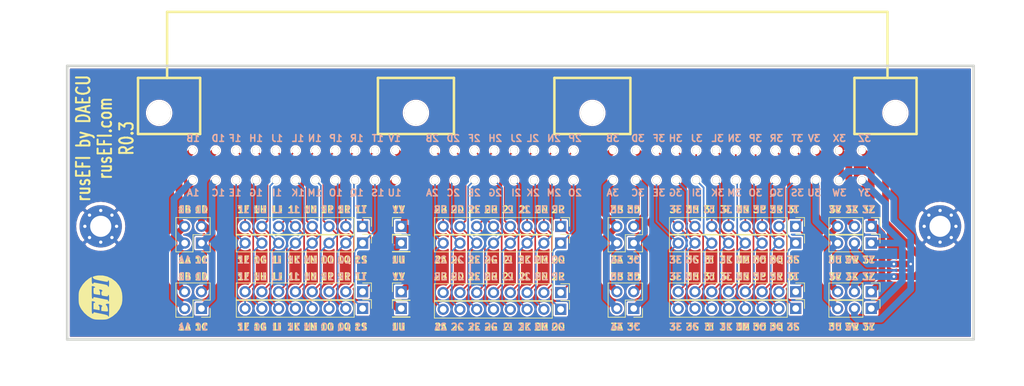
<source format=kicad_pcb>
(kicad_pcb (version 20171130) (host pcbnew "(5.1.8)-1")
  (title_block (title "ECU adapter") (date 2017-02-05) (rev R0.2) (company DAECU))
  (layers (0 F.Cu signal) (31 B.Cu signal) (34 B.Paste user) (35 F.Paste user) (36 B.SilkS user) (37 F.SilkS user) (38 B.Mask user) (39 F.Mask user) (44 Edge.Cuts user))
  (net 0 "")
  (net 1 GND)
  (net 2 "Net-(P1-Pad1)")
  (net 3 "Net-(P1-Pad2)")
  (net 4 "Net-(P1-Pad3)")
  (net 5 "Net-(P14-Pad1)")
  (net 6 "Net-(P14-Pad2)")
  (net 7 "Net-(P14-Pad3)")
  (net 8 "Net-(P19-Pad1)")
  (net 9 "Net-(P20-Pad1)")
  (net 10 "Net-(P25-Pad61)")
  (net 11 "Net-(P25-Pad53)")
  (net 12 "Net-(P25-Pad54)")
  (net 13 "Net-(P25-Pad62)")
  (net 14 "Net-(P25-Pad64)")
  (net 15 "Net-(P25-Pad56)")
  (net 16 "Net-(P25-Pad55)")
  (net 17 "Net-(P25-Pad63)")
  (net 18 "Net-(P25-Pad59)")
  (net 19 "Net-(P25-Pad51)")
  (net 20 "Net-(P25-Pad52)")
  (net 21 "Net-(P25-Pad60)")
  (net 22 "Net-(P25-Pad58)")
  (net 23 "Net-(P25-Pad50)")
  (net 24 "Net-(P25-Pad49)")
  (net 25 "Net-(P25-Pad57)")
  (net 26 "Net-(P25-Pad45)")
  (net 27 "Net-(P25-Pad37)")
  (net 28 "Net-(P25-Pad38)")
  (net 29 "Net-(P25-Pad46)")
  (net 30 "Net-(P25-Pad48)")
  (net 31 "Net-(P25-Pad40)")
  (net 32 "Net-(P25-Pad39)")
  (net 33 "Net-(P25-Pad47)")
  (net 34 "Net-(P25-Pad43)")
  (net 35 "Net-(P25-Pad35)")
  (net 36 "Net-(P25-Pad36)")
  (net 37 "Net-(P25-Pad44)")
  (net 38 "Net-(P25-Pad42)")
  (net 39 "Net-(P25-Pad34)")
  (net 40 "Net-(P25-Pad33)")
  (net 41 "Net-(P25-Pad41)")
  (net 42 "Net-(P25-Pad21)")
  (net 43 "Net-(P25-Pad29)")
  (net 44 "Net-(P25-Pad22)")
  (net 45 "Net-(P25-Pad30)")
  (net 46 "Net-(P25-Pad24)")
  (net 47 "Net-(P25-Pad32)")
  (net 48 "Net-(P25-Pad23)")
  (net 49 "Net-(P25-Pad31)")
  (net 50 "Net-(P25-Pad19)")
  (net 51 "Net-(P25-Pad27)")
  (net 52 "Net-(P25-Pad20)")
  (net 53 "Net-(P25-Pad28)")
  (net 54 "Net-(P25-Pad18)")
  (net 55 "Net-(P25-Pad26)")
  (net 56 "Net-(P25-Pad17)")
  (net 57 "Net-(P25-Pad25)")
  (net 58 "Net-(P25-Pad16)")
  (net 59 "Net-(P25-Pad14)")
  (net 60 "Net-(P25-Pad13)")
  (net 61 "Net-(P25-Pad15)")
  (net 62 "Net-(P25-Pad10)")
  (net 63 "Net-(P25-Pad9)")
  (net 64 "Net-(P25-Pad8)")
  (net 65 "Net-(P25-Pad7)")
  (module MountingHole:MountingHole_3.2mm_M3_Pad_Via (layer F.Cu) (at 182.88 64.77)
    (fp_text reference H2 hide)
    (fp_text value MountingHole_Pad)
    (pad 1 thru_hole circle (at 1.697056 -1.697056) (size 0.8 0.8) (drill 0.5) (layers *.Cu *.Mask) (net 1 GND))
    (pad 1 thru_hole circle (at 0 -2.4) (size 0.8 0.8) (drill 0.5) (layers *.Cu *.Mask) (net 1 GND))
    (pad 1 thru_hole circle (at -1.697056 -1.697056) (size 0.8 0.8) (drill 0.5) (layers *.Cu *.Mask) (net 1 GND))
    (pad 1 thru_hole circle (at -2.4 0) (size 0.8 0.8) (drill 0.5) (layers *.Cu *.Mask) (net 1 GND))
    (pad 1 thru_hole circle (at -1.697056 1.697056) (size 0.8 0.8) (drill 0.5) (layers *.Cu *.Mask) (net 1 GND))
    (pad 1 thru_hole circle (at 0 2.4) (size 0.8 0.8) (drill 0.5) (layers *.Cu *.Mask) (net 1 GND))
    (pad 1 thru_hole circle (at 1.697056 1.697056) (size 0.8 0.8) (drill 0.5) (layers *.Cu *.Mask) (net 1 GND))
    (pad 1 thru_hole circle (at 2.4 0) (size 0.8 0.8) (drill 0.5) (layers *.Cu *.Mask) (net 1 GND))
    (pad 1 thru_hole circle (at 0 0) (size 6.4 6.4) (drill 3.2) (layers *.Cu *.Mask) (net 1 GND))
  )
  (module MountingHole:MountingHole_3.2mm_M3_Pad_Via (layer F.Cu) (at 55.88 64.77)
    (fp_text reference H1 hide)
    (fp_text value MountingHole_Pad)
    (pad 1 thru_hole circle (at 1.697056 -1.697056) (size 0.8 0.8) (drill 0.5) (layers *.Cu *.Mask) (net 1 GND))
    (pad 1 thru_hole circle (at 0 -2.4) (size 0.8 0.8) (drill 0.5) (layers *.Cu *.Mask) (net 1 GND))
    (pad 1 thru_hole circle (at -1.697056 -1.697056) (size 0.8 0.8) (drill 0.5) (layers *.Cu *.Mask) (net 1 GND))
    (pad 1 thru_hole circle (at -2.4 0) (size 0.8 0.8) (drill 0.5) (layers *.Cu *.Mask) (net 1 GND))
    (pad 1 thru_hole circle (at -1.697056 1.697056) (size 0.8 0.8) (drill 0.5) (layers *.Cu *.Mask) (net 1 GND))
    (pad 1 thru_hole circle (at 0 2.4) (size 0.8 0.8) (drill 0.5) (layers *.Cu *.Mask) (net 1 GND))
    (pad 1 thru_hole circle (at 1.697056 1.697056) (size 0.8 0.8) (drill 0.5) (layers *.Cu *.Mask) (net 1 GND))
    (pad 1 thru_hole circle (at 2.4 0) (size 0.8 0.8) (drill 0.5) (layers *.Cu *.Mask) (net 1 GND))
    (pad 1 thru_hole circle (at 0 0) (size 6.4 6.4) (drill 3.2) (layers *.Cu *.Mask) (net 1 GND))
  )
  (module Connector_PinHeader_2.54mm:PinHeader_2x02_P2.54mm_Vertical (layer F.Cu) (at 136.525 67.31 180)
    (fp_text reference P4 hide)
    (fp_text value Conn_01x04_Male)
    (pad 4 thru_hole oval (at 2.54 2.54 180) (size 1.7 1.7) (drill 1) (layers *.Cu *.Mask) (net 62 "Net-(P25-Pad10)"))
    (pad 3 thru_hole oval (at 0 2.54 180) (size 1.7 1.7) (drill 1) (layers *.Cu *.Mask) (net 63 "Net-(P25-Pad9)"))
    (pad 2 thru_hole oval (at 2.54 0 180) (size 1.7 1.7) (drill 1) (layers *.Cu *.Mask) (net 64 "Net-(P25-Pad8)"))
    (pad 1 thru_hole rect (at 0 0 180) (size 1.7 1.7) (drill 1) (layers *.Cu *.Mask) (net 65 "Net-(P25-Pad7)"))
  )
  (module Connector_PinHeader_2.54mm:PinHeader_2x02_P2.54mm_Vertical (layer F.Cu) (at 136.525 77.216 180)
    (fp_text reference P3 hide)
    (fp_text value Conn_01x04_Male)
    (pad 4 thru_hole oval (at 2.54 2.54 180) (size 1.7 1.7) (drill 1) (layers *.Cu *.Mask) (net 62 "Net-(P25-Pad10)"))
    (pad 3 thru_hole oval (at 0 2.54 180) (size 1.7 1.7) (drill 1) (layers *.Cu *.Mask) (net 63 "Net-(P25-Pad9)"))
    (pad 2 thru_hole oval (at 2.54 0 180) (size 1.7 1.7) (drill 1) (layers *.Cu *.Mask) (net 64 "Net-(P25-Pad8)"))
    (pad 1 thru_hole rect (at 0 0 180) (size 1.7 1.7) (drill 1) (layers *.Cu *.Mask) (net 65 "Net-(P25-Pad7)"))
  )
  (module Connector_PinHeader_2.54mm:PinHeader_2x02_P2.54mm_Vertical (layer F.Cu) (at 71.12 67.31 180)
    (fp_text reference P43 hide)
    (fp_text value Conn_01x04_Male)
    (pad 4 thru_hole oval (at 2.54 2.54 180) (size 1.7 1.7) (drill 1) (layers *.Cu *.Mask) (net 58 "Net-(P25-Pad16)"))
    (pad 3 thru_hole oval (at 0 2.54 180) (size 1.7 1.7) (drill 1) (layers *.Cu *.Mask) (net 61 "Net-(P25-Pad15)"))
    (pad 2 thru_hole oval (at 2.54 0 180) (size 1.7 1.7) (drill 1) (layers *.Cu *.Mask) (net 59 "Net-(P25-Pad14)"))
    (pad 1 thru_hole rect (at 0 0 180) (size 1.7 1.7) (drill 1) (layers *.Cu *.Mask) (net 60 "Net-(P25-Pad13)"))
  )
  (module Connector_PinHeader_2.54mm:PinHeader_2x02_P2.54mm_Vertical (layer F.Cu) (at 71.12 77.216 180)
    (fp_text reference P42 hide)
    (fp_text value Conn_01x04_Male)
    (pad 4 thru_hole oval (at 2.54 2.54 180) (size 1.7 1.7) (drill 1) (layers *.Cu *.Mask) (net 58 "Net-(P25-Pad16)"))
    (pad 3 thru_hole oval (at 0 2.54 180) (size 1.7 1.7) (drill 1) (layers *.Cu *.Mask) (net 61 "Net-(P25-Pad15)"))
    (pad 2 thru_hole oval (at 2.54 0 180) (size 1.7 1.7) (drill 1) (layers *.Cu *.Mask) (net 59 "Net-(P25-Pad14)"))
    (pad 1 thru_hole rect (at 0 0 180) (size 1.7 1.7) (drill 1) (layers *.Cu *.Mask) (net 60 "Net-(P25-Pad13)"))
  )
  (module rusefi_lib:LOGO (layer F.Cu) (at 55.88 75.565 90)
    (fp_text reference G1 hide)
    (fp_text value LOGO hide)
  )
  (module Connector_PinHeader_2.54mm:PinHeader_1x03_P2.54mm_Vertical (layer F.Cu) (at 172.466 77.216 270)
    (fp_text reference P1 hide)
    (fp_text value CONN_3)
    (pad 1 thru_hole rect (at 0 0 270) (size 1.7 1.7) (drill 1) (layers *.Cu *.Mask) (net 2 "Net-(P1-Pad1)"))
    (pad 2 thru_hole oval (at 0 2.54 270) (size 1.7 1.7) (drill 1) (layers *.Cu *.Mask) (net 3 "Net-(P1-Pad2)"))
    (pad 3 thru_hole oval (at 0 5.08 270) (size 1.7 1.7) (drill 1) (layers *.Cu *.Mask) (net 4 "Net-(P1-Pad3)"))
  )
  (module Connector_PinHeader_2.54mm:PinHeader_1x03_P2.54mm_Vertical (layer F.Cu) (at 172.466 74.676 270)
    (fp_text reference P2 hide)
    (fp_text value CONN_3)
    (pad 3 thru_hole oval (at 0 5.08 270) (size 1.7 1.7) (drill 1) (layers *.Cu *.Mask) (net 7 "Net-(P14-Pad3)"))
    (pad 2 thru_hole oval (at 0 2.54 270) (size 1.7 1.7) (drill 1) (layers *.Cu *.Mask) (net 6 "Net-(P14-Pad2)"))
    (pad 1 thru_hole rect (at 0 0 270) (size 1.7 1.7) (drill 1) (layers *.Cu *.Mask) (net 5 "Net-(P14-Pad1)"))
  )
  (module Connector_PinHeader_2.54mm:PinHeader_1x01_P2.54mm_Vertical (layer F.Cu) (at 101.346 77.216)
    (fp_text reference P7 hide)
    (fp_text value CONN_1)
    (pad 1 thru_hole rect (at 0 0) (size 1.7 1.7) (drill 1) (layers *.Cu *.Mask) (net 8 "Net-(P19-Pad1)"))
  )
  (module Connector_PinHeader_2.54mm:PinHeader_1x01_P2.54mm_Vertical (layer F.Cu) (at 101.346 74.676)
    (fp_text reference P8 hide)
    (fp_text value CONN_1)
    (pad 1 thru_hole rect (at 0 0) (size 1.7 1.7) (drill 1) (layers *.Cu *.Mask) (net 9 "Net-(P20-Pad1)"))
  )
  (module Connector_PinHeader_2.54mm:PinHeader_1x03_P2.54mm_Vertical (layer F.Cu) (at 172.466 67.31 270)
    (fp_text reference P13 hide)
    (fp_text value CONN_3)
    (pad 3 thru_hole oval (at 0 5.08 270) (size 1.7 1.7) (drill 1) (layers *.Cu *.Mask) (net 4 "Net-(P1-Pad3)"))
    (pad 2 thru_hole oval (at 0 2.54 270) (size 1.7 1.7) (drill 1) (layers *.Cu *.Mask) (net 3 "Net-(P1-Pad2)"))
    (pad 1 thru_hole rect (at 0 0 270) (size 1.7 1.7) (drill 1) (layers *.Cu *.Mask) (net 2 "Net-(P1-Pad1)"))
  )
  (module Connector_PinHeader_2.54mm:PinHeader_1x03_P2.54mm_Vertical (layer F.Cu) (at 172.466 64.77 270)
    (fp_text reference P14 hide)
    (fp_text value CONN_3)
    (pad 1 thru_hole rect (at 0 0 270) (size 1.7 1.7) (drill 1) (layers *.Cu *.Mask) (net 5 "Net-(P14-Pad1)"))
    (pad 2 thru_hole oval (at 0 2.54 270) (size 1.7 1.7) (drill 1) (layers *.Cu *.Mask) (net 6 "Net-(P14-Pad2)"))
    (pad 3 thru_hole oval (at 0 5.08 270) (size 1.7 1.7) (drill 1) (layers *.Cu *.Mask) (net 7 "Net-(P14-Pad3)"))
  )
  (module Connector_PinHeader_2.54mm:PinHeader_1x01_P2.54mm_Vertical (layer F.Cu) (at 101.346 67.31)
    (fp_text reference P19 hide)
    (fp_text value CONN_1)
    (pad 1 thru_hole rect (at 0 0) (size 1.7 1.7) (drill 1) (layers *.Cu *.Mask) (net 8 "Net-(P19-Pad1)"))
  )
  (module Connector_PinHeader_2.54mm:PinHeader_1x01_P2.54mm_Vertical (layer F.Cu) (at 101.346 64.77)
    (fp_text reference P20 hide)
    (fp_text value CONN_1)
    (pad 1 thru_hole rect (at 0 0) (size 1.7 1.7) (drill 1) (layers *.Cu *.Mask) (net 9 "Net-(P20-Pad1)"))
  )
  (module 0176122-06:176122-6 (layer F.Cu) (at 179.324 57.785)
    (fp_text reference P25 hide)
    (fp_text value 0176122-06 hide)
    (pad 16 thru_hole circle (at -109.54766 -4.50088 180) (size 1.15062 1.15062) (drill 1.09982) (layers *.Cu *.Mask F.SilkS) (net 58 "Net-(P25-Pad16)"))
    (pad 14 thru_hole circle (at -109.54766 0) (size 1.15062 1.15062) (drill 1.09982) (layers *.Cu *.Mask F.SilkS) (net 59 "Net-(P25-Pad14)"))
    (pad 13 thru_hole circle (at -106.05008 0) (size 1.15062 1.15062) (drill 1.09982) (layers *.Cu *.Mask F.SilkS) (net 60 "Net-(P25-Pad13)"))
    (pad 15 thru_hole circle (at -106.05008 -4.50088 180) (size 1.15062 1.15062) (drill 1.09982) (layers *.Cu *.Mask F.SilkS) (net 61 "Net-(P25-Pad15)"))
    (pad 61 thru_hole circle (at -93.94952 -4.50088 180) (size 1.15062 1.15062) (drill 1.09982) (layers *.Cu *.Mask F.SilkS) (net 10 "Net-(P25-Pad61)"))
    (pad 53 thru_hole circle (at -93.94952 0) (size 1.15062 1.15062) (drill 1.09982) (layers *.Cu *.Mask F.SilkS) (net 11 "Net-(P25-Pad53)"))
    (pad 54 thru_hole circle (at -96.94926 0) (size 1.15062 1.15062) (drill 1.09982) (layers *.Cu *.Mask F.SilkS) (net 12 "Net-(P25-Pad54)"))
    (pad 62 thru_hole circle (at -96.94926 -4.50088 180) (size 1.15062 1.15062) (drill 1.09982) (layers *.Cu *.Mask F.SilkS) (net 13 "Net-(P25-Pad62)"))
    (pad 64 thru_hole circle (at -102.94874 -4.50088 180) (size 1.15062 1.15062) (drill 1.09982) (layers *.Cu *.Mask F.SilkS) (net 14 "Net-(P25-Pad64)"))
    (pad 56 thru_hole circle (at -102.94874 0) (size 1.15062 1.15062) (drill 1.09982) (layers *.Cu *.Mask F.SilkS) (net 15 "Net-(P25-Pad56)"))
    (pad 55 thru_hole circle (at -99.949 0) (size 1.15062 1.15062) (drill 1.09982) (layers *.Cu *.Mask F.SilkS) (net 16 "Net-(P25-Pad55)"))
    (pad 63 thru_hole circle (at -99.949 -4.50088 180) (size 1.15062 1.15062) (drill 1.09982) (layers *.Cu *.Mask F.SilkS) (net 17 "Net-(P25-Pad63)"))
    (pad 59 thru_hole circle (at -87.95004 -4.50088 180) (size 1.15062 1.15062) (drill 1.09982) (layers *.Cu *.Mask F.SilkS) (net 18 "Net-(P25-Pad59)"))
    (pad 51 thru_hole circle (at -87.95004 0) (size 1.15062 1.15062) (drill 1.09982) (layers *.Cu *.Mask F.SilkS) (net 19 "Net-(P25-Pad51)"))
    (pad 52 thru_hole circle (at -90.94978 0) (size 1.15062 1.15062) (drill 1.09982) (layers *.Cu *.Mask F.SilkS) (net 20 "Net-(P25-Pad52)"))
    (pad 60 thru_hole circle (at -90.94978 -4.50088 180) (size 1.15062 1.15062) (drill 1.09982) (layers *.Cu *.Mask F.SilkS) (net 21 "Net-(P25-Pad60)"))
    (pad 58 thru_hole circle (at -84.9503 -4.50088 180) (size 1.15062 1.15062) (drill 1.09982) (layers *.Cu *.Mask F.SilkS) (net 22 "Net-(P25-Pad58)"))
    (pad 50 thru_hole circle (at -84.9503 0) (size 1.15062 1.15062) (drill 1.09982) (layers *.Cu *.Mask F.SilkS) (net 23 "Net-(P25-Pad50)"))
    (pad 49 thru_hole circle (at -81.95056 0) (size 1.15062 1.15062) (drill 1.09982) (layers *.Cu *.Mask F.SilkS) (net 24 "Net-(P25-Pad49)"))
    (pad 57 thru_hole circle (at -81.95056 -4.50088 180) (size 1.15062 1.15062) (drill 1.09982) (layers *.Cu *.Mask F.SilkS) (net 25 "Net-(P25-Pad57)"))
    (pad 45 thru_hole circle (at -63.90132 -4.50088 180) (size 1.15062 1.15062) (drill 1.09982) (layers *.Cu *.Mask F.SilkS) (net 26 "Net-(P25-Pad45)"))
    (pad 37 thru_hole circle (at -63.90132 0) (size 1.15062 1.15062) (drill 1.09982) (layers *.Cu *.Mask F.SilkS) (net 27 "Net-(P25-Pad37)"))
    (pad 38 thru_hole circle (at -66.90106 0) (size 1.15062 1.15062) (drill 1.09982) (layers *.Cu *.Mask F.SilkS) (net 28 "Net-(P25-Pad38)"))
    (pad 46 thru_hole circle (at -66.90106 -4.50088 180) (size 1.15062 1.15062) (drill 1.09982) (layers *.Cu *.Mask F.SilkS) (net 29 "Net-(P25-Pad46)"))
    (pad 48 thru_hole circle (at -72.90054 -4.50088 180) (size 1.15062 1.15062) (drill 1.09982) (layers *.Cu *.Mask F.SilkS) (net 30 "Net-(P25-Pad48)"))
    (pad 40 thru_hole circle (at -72.90054 0) (size 1.15062 1.15062) (drill 1.09982) (layers *.Cu *.Mask F.SilkS) (net 31 "Net-(P25-Pad40)"))
    (pad 39 thru_hole circle (at -69.9008 0) (size 1.15062 1.15062) (drill 1.09982) (layers *.Cu *.Mask F.SilkS) (net 32 "Net-(P25-Pad39)"))
    (pad 47 thru_hole circle (at -69.9008 -4.50088 180) (size 1.15062 1.15062) (drill 1.09982) (layers *.Cu *.Mask F.SilkS) (net 33 "Net-(P25-Pad47)"))
    (pad 43 thru_hole circle (at -57.8993 -4.50088 180) (size 1.15062 1.15062) (drill 1.09982) (layers *.Cu *.Mask F.SilkS) (net 34 "Net-(P25-Pad43)"))
    (pad 35 thru_hole circle (at -57.8993 0) (size 1.15062 1.15062) (drill 1.09982) (layers *.Cu *.Mask F.SilkS) (net 35 "Net-(P25-Pad35)"))
    (pad 36 thru_hole circle (at -60.89904 0) (size 1.15062 1.15062) (drill 1.09982) (layers *.Cu *.Mask F.SilkS) (net 36 "Net-(P25-Pad36)"))
    (pad 44 thru_hole circle (at -60.89904 -4.50088 180) (size 1.15062 1.15062) (drill 1.09982) (layers *.Cu *.Mask F.SilkS) (net 37 "Net-(P25-Pad44)"))
    (pad 42 thru_hole circle (at -54.89956 -4.50088 180) (size 1.15062 1.15062) (drill 1.09982) (layers *.Cu *.Mask F.SilkS) (net 38 "Net-(P25-Pad42)"))
    (pad 34 thru_hole circle (at -54.89956 0) (size 1.15062 1.15062) (drill 1.09982) (layers *.Cu *.Mask F.SilkS) (net 39 "Net-(P25-Pad34)"))
    (pad 12 thru_hole circle (at -78.84922 -4.50088 180) (size 1.15062 1.15062) (drill 1.09982) (layers *.Cu *.Mask F.SilkS) (net 9 "Net-(P20-Pad1)"))
    (pad 11 thru_hole circle (at -78.84922 0) (size 1.15062 1.15062) (drill 1.09982) (layers *.Cu *.Mask F.SilkS) (net 8 "Net-(P19-Pad1)"))
    (pad 33 thru_hole circle (at -51.89982 0) (size 1.15062 1.15062) (drill 1.09982) (layers *.Cu *.Mask F.SilkS) (net 40 "Net-(P25-Pad33)"))
    (pad 41 thru_hole circle (at -51.89982 -4.50088 180) (size 1.15062 1.15062) (drill 1.09982) (layers *.Cu *.Mask F.SilkS) (net 41 "Net-(P25-Pad41)"))
    (pad 7 thru_hole circle (at -42.45356 0) (size 1.15062 1.15062) (drill 1.09982) (layers *.Cu *.Mask F.SilkS) (net 65 "Net-(P25-Pad7)"))
    (pad 9 thru_hole circle (at -42.45356 -4.50088 180) (size 1.15062 1.15062) (drill 1.09982) (layers *.Cu *.Mask F.SilkS) (net 63 "Net-(P25-Pad9)"))
    (pad 8 thru_hole circle (at -45.95368 0) (size 1.15062 1.15062) (drill 1.09982) (layers *.Cu *.Mask F.SilkS) (net 64 "Net-(P25-Pad8)"))
    (pad 10 thru_hole circle (at -45.95368 -4.50088 180) (size 1.15062 1.15062) (drill 1.09982) (layers *.Cu *.Mask F.SilkS) (net 62 "Net-(P25-Pad10)"))
    (pad 21 thru_hole circle (at -30.35046 0) (size 1.15062 1.15062) (drill 1.09982) (layers *.Cu *.Mask F.SilkS) (net 42 "Net-(P25-Pad21)"))
    (pad 29 thru_hole circle (at -30.35046 -4.50088 180) (size 1.15062 1.15062) (drill 1.09982) (layers *.Cu *.Mask F.SilkS) (net 43 "Net-(P25-Pad29)"))
    (pad 22 thru_hole circle (at -33.3502 0) (size 1.15062 1.15062) (drill 1.09982) (layers *.Cu *.Mask F.SilkS) (net 44 "Net-(P25-Pad22)"))
    (pad 30 thru_hole circle (at -33.3502 -4.50088 180) (size 1.15062 1.15062) (drill 1.09982) (layers *.Cu *.Mask F.SilkS) (net 45 "Net-(P25-Pad30)"))
    (pad 24 thru_hole circle (at -39.34968 0) (size 1.15062 1.15062) (drill 1.09982) (layers *.Cu *.Mask F.SilkS) (net 46 "Net-(P25-Pad24)"))
    (pad 32 thru_hole circle (at -39.34968 -4.50088 180) (size 1.15062 1.15062) (drill 1.09982) (layers *.Cu *.Mask F.SilkS) (net 47 "Net-(P25-Pad32)"))
    (pad 23 thru_hole circle (at -36.34994 0) (size 1.15062 1.15062) (drill 1.09982) (layers *.Cu *.Mask F.SilkS) (net 48 "Net-(P25-Pad23)"))
    (pad 31 thru_hole circle (at -36.34994 -4.50088 180) (size 1.15062 1.15062) (drill 1.09982) (layers *.Cu *.Mask F.SilkS) (net 49 "Net-(P25-Pad31)"))
    (pad 19 thru_hole circle (at -24.35098 0) (size 1.15062 1.15062) (drill 1.09982) (layers *.Cu *.Mask F.SilkS) (net 50 "Net-(P25-Pad19)"))
    (pad 27 thru_hole circle (at -24.35098 -4.50088 180) (size 1.15062 1.15062) (drill 1.09982) (layers *.Cu *.Mask F.SilkS) (net 51 "Net-(P25-Pad27)"))
    (pad 20 thru_hole circle (at -27.35072 0) (size 1.15062 1.15062) (drill 1.09982) (layers *.Cu *.Mask F.SilkS) (net 52 "Net-(P25-Pad20)"))
    (pad 28 thru_hole circle (at -27.35072 -4.50088 180) (size 1.15062 1.15062) (drill 1.09982) (layers *.Cu *.Mask F.SilkS) (net 53 "Net-(P25-Pad28)"))
    (pad 18 thru_hole circle (at -21.35124 0) (size 1.15062 1.15062) (drill 1.09982) (layers *.Cu *.Mask F.SilkS) (net 54 "Net-(P25-Pad18)"))
    (pad 26 thru_hole circle (at -21.35124 -4.50088 180) (size 1.15062 1.15062) (drill 1.09982) (layers *.Cu *.Mask F.SilkS) (net 55 "Net-(P25-Pad26)"))
    (pad 17 thru_hole circle (at -18.3515 0) (size 1.15062 1.15062) (drill 1.09982) (layers *.Cu *.Mask F.SilkS) (net 56 "Net-(P25-Pad17)"))
    (pad 25 thru_hole circle (at -18.3515 -4.50088 180) (size 1.15062 1.15062) (drill 1.09982) (layers *.Cu *.Mask F.SilkS) (net 57 "Net-(P25-Pad25)"))
    (pad 3 thru_hole circle (at -15.25016 0) (size 1.15062 1.15062) (drill 1.09982) (layers *.Cu *.Mask F.SilkS) (net 4 "Net-(P1-Pad3)"))
    (pad 6 thru_hole circle (at -15.25016 -4.50088 180) (size 1.15062 1.15062) (drill 1.09982) (layers *.Cu *.Mask F.SilkS) (net 7 "Net-(P14-Pad3)"))
    (pad 2 thru_hole circle (at -11.75004 0) (size 1.15062 1.15062) (drill 1.09982) (layers *.Cu *.Mask F.SilkS) (net 3 "Net-(P1-Pad2)"))
    (pad 5 thru_hole circle (at -11.75004 -4.50088 180) (size 1.15062 1.15062) (drill 1.09982) (layers *.Cu *.Mask F.SilkS) (net 6 "Net-(P14-Pad2)"))
    (pad "" thru_hole circle (at -114.59972 -10.20064) (size 3.50012 3.50012) (drill 3.50012) (layers *.Cu *.Mask F.SilkS))
    (pad "" thru_hole circle (at -75.75042 -10.20064) (size 3.50012 3.50012) (drill 3.50012) (layers *.Cu *.Mask F.SilkS))
    (pad "" thru_hole circle (at -49.04994 -10.20064) (size 3.50012 3.50012) (drill 3.50012) (layers *.Cu *.Mask F.SilkS))
    (pad 1 thru_hole circle (at -8.24992 0) (size 1.15062 1.15062) (drill 1.09982) (layers *.Cu *.Mask F.SilkS) (net 2 "Net-(P1-Pad1)"))
    (pad 4 thru_hole circle (at -8.24992 -4.50088 180) (size 1.15062 1.15062) (drill 1.09982) (layers *.Cu *.Mask F.SilkS) (net 5 "Net-(P14-Pad1)"))
    (pad "" thru_hole circle (at -3.2004 -10.20064) (size 3.50012 3.50012) (drill 3.50012) (layers *.Cu *.Mask F.SilkS))
  )
  (module Connector_PinHeader_2.54mm:PinHeader_1x08_P2.54mm_Vertical (layer F.Cu) (at 161.036 77.216 270)
    (fp_text reference P26 hide)
    (fp_text value CONN_8)
    (pad 1 thru_hole rect (at 0 0 270) (size 1.7 1.7) (drill 1) (layers *.Cu *.Mask) (net 56 "Net-(P25-Pad17)"))
    (pad 2 thru_hole oval (at 0 2.54 270) (size 1.7 1.7) (drill 1) (layers *.Cu *.Mask) (net 54 "Net-(P25-Pad18)"))
    (pad 3 thru_hole oval (at 0 5.08 270) (size 1.7 1.7) (drill 1) (layers *.Cu *.Mask) (net 50 "Net-(P25-Pad19)"))
    (pad 4 thru_hole oval (at 0 7.62 270) (size 1.7 1.7) (drill 1) (layers *.Cu *.Mask) (net 52 "Net-(P25-Pad20)"))
    (pad 5 thru_hole oval (at 0 10.16 270) (size 1.7 1.7) (drill 1) (layers *.Cu *.Mask) (net 42 "Net-(P25-Pad21)"))
    (pad 6 thru_hole oval (at 0 12.7 270) (size 1.7 1.7) (drill 1) (layers *.Cu *.Mask) (net 44 "Net-(P25-Pad22)"))
    (pad 7 thru_hole oval (at 0 15.24 270) (size 1.7 1.7) (drill 1) (layers *.Cu *.Mask) (net 48 "Net-(P25-Pad23)"))
    (pad 8 thru_hole oval (at 0 17.78 270) (size 1.7 1.7) (drill 1) (layers *.Cu *.Mask) (net 46 "Net-(P25-Pad24)"))
  )
  (module Connector_PinHeader_2.54mm:PinHeader_1x08_P2.54mm_Vertical (layer F.Cu) (at 161.036 74.676 270)
    (fp_text reference P27 hide)
    (fp_text value CONN_8)
    (pad 8 thru_hole oval (at 0 17.78 270) (size 1.7 1.7) (drill 1) (layers *.Cu *.Mask) (net 47 "Net-(P25-Pad32)"))
    (pad 7 thru_hole oval (at 0 15.24 270) (size 1.7 1.7) (drill 1) (layers *.Cu *.Mask) (net 49 "Net-(P25-Pad31)"))
    (pad 6 thru_hole oval (at 0 12.7 270) (size 1.7 1.7) (drill 1) (layers *.Cu *.Mask) (net 45 "Net-(P25-Pad30)"))
    (pad 5 thru_hole oval (at 0 10.16 270) (size 1.7 1.7) (drill 1) (layers *.Cu *.Mask) (net 43 "Net-(P25-Pad29)"))
    (pad 4 thru_hole oval (at 0 7.62 270) (size 1.7 1.7) (drill 1) (layers *.Cu *.Mask) (net 53 "Net-(P25-Pad28)"))
    (pad 3 thru_hole oval (at 0 5.08 270) (size 1.7 1.7) (drill 1) (layers *.Cu *.Mask) (net 51 "Net-(P25-Pad27)"))
    (pad 2 thru_hole oval (at 0 2.54 270) (size 1.7 1.7) (drill 1) (layers *.Cu *.Mask) (net 55 "Net-(P25-Pad26)"))
    (pad 1 thru_hole rect (at 0 0 270) (size 1.7 1.7) (drill 1) (layers *.Cu *.Mask) (net 57 "Net-(P25-Pad25)"))
  )
  (module Connector_PinHeader_2.54mm:PinHeader_1x08_P2.54mm_Vertical (layer F.Cu) (at 125.476 77.343 270)
    (fp_text reference P28 hide)
    (fp_text value CONN_8)
    (pad 8 thru_hole oval (at 0 17.78 270) (size 1.7 1.7) (drill 1) (layers *.Cu *.Mask) (net 31 "Net-(P25-Pad40)"))
    (pad 7 thru_hole oval (at 0 15.24 270) (size 1.7 1.7) (drill 1) (layers *.Cu *.Mask) (net 32 "Net-(P25-Pad39)"))
    (pad 6 thru_hole oval (at 0 12.7 270) (size 1.7 1.7) (drill 1) (layers *.Cu *.Mask) (net 28 "Net-(P25-Pad38)"))
    (pad 5 thru_hole oval (at 0 10.16 270) (size 1.7 1.7) (drill 1) (layers *.Cu *.Mask) (net 27 "Net-(P25-Pad37)"))
    (pad 4 thru_hole oval (at 0 7.62 270) (size 1.7 1.7) (drill 1) (layers *.Cu *.Mask) (net 36 "Net-(P25-Pad36)"))
    (pad 3 thru_hole oval (at 0 5.08 270) (size 1.7 1.7) (drill 1) (layers *.Cu *.Mask) (net 35 "Net-(P25-Pad35)"))
    (pad 2 thru_hole oval (at 0 2.54 270) (size 1.7 1.7) (drill 1) (layers *.Cu *.Mask) (net 39 "Net-(P25-Pad34)"))
    (pad 1 thru_hole rect (at 0 0 270) (size 1.7 1.7) (drill 1) (layers *.Cu *.Mask) (net 40 "Net-(P25-Pad33)"))
  )
  (module Connector_PinHeader_2.54mm:PinHeader_1x08_P2.54mm_Vertical (layer F.Cu) (at 125.476 74.803 270)
    (fp_text reference P29 hide)
    (fp_text value CONN_8)
    (pad 1 thru_hole rect (at 0 0 270) (size 1.7 1.7) (drill 1) (layers *.Cu *.Mask) (net 41 "Net-(P25-Pad41)"))
    (pad 2 thru_hole oval (at 0 2.54 270) (size 1.7 1.7) (drill 1) (layers *.Cu *.Mask) (net 38 "Net-(P25-Pad42)"))
    (pad 3 thru_hole oval (at 0 5.08 270) (size 1.7 1.7) (drill 1) (layers *.Cu *.Mask) (net 34 "Net-(P25-Pad43)"))
    (pad 4 thru_hole oval (at 0 7.62 270) (size 1.7 1.7) (drill 1) (layers *.Cu *.Mask) (net 37 "Net-(P25-Pad44)"))
    (pad 5 thru_hole oval (at 0 10.16 270) (size 1.7 1.7) (drill 1) (layers *.Cu *.Mask) (net 26 "Net-(P25-Pad45)"))
    (pad 6 thru_hole oval (at 0 12.7 270) (size 1.7 1.7) (drill 1) (layers *.Cu *.Mask) (net 29 "Net-(P25-Pad46)"))
    (pad 7 thru_hole oval (at 0 15.24 270) (size 1.7 1.7) (drill 1) (layers *.Cu *.Mask) (net 33 "Net-(P25-Pad47)"))
    (pad 8 thru_hole oval (at 0 17.78 270) (size 1.7 1.7) (drill 1) (layers *.Cu *.Mask) (net 30 "Net-(P25-Pad48)"))
  )
  (module Connector_PinHeader_2.54mm:PinHeader_1x08_P2.54mm_Vertical (layer F.Cu) (at 95.504 67.31 270)
    (fp_text reference P30 hide)
    (fp_text value CONN_8)
    (pad 1 thru_hole rect (at 0 0 270) (size 1.7 1.7) (drill 1) (layers *.Cu *.Mask) (net 24 "Net-(P25-Pad49)"))
    (pad 2 thru_hole oval (at 0 2.54 270) (size 1.7 1.7) (drill 1) (layers *.Cu *.Mask) (net 23 "Net-(P25-Pad50)"))
    (pad 3 thru_hole oval (at 0 5.08 270) (size 1.7 1.7) (drill 1) (layers *.Cu *.Mask) (net 19 "Net-(P25-Pad51)"))
    (pad 4 thru_hole oval (at 0 7.62 270) (size 1.7 1.7) (drill 1) (layers *.Cu *.Mask) (net 20 "Net-(P25-Pad52)"))
    (pad 5 thru_hole oval (at 0 10.16 270) (size 1.7 1.7) (drill 1) (layers *.Cu *.Mask) (net 11 "Net-(P25-Pad53)"))
    (pad 6 thru_hole oval (at 0 12.7 270) (size 1.7 1.7) (drill 1) (layers *.Cu *.Mask) (net 12 "Net-(P25-Pad54)"))
    (pad 7 thru_hole oval (at 0 15.24 270) (size 1.7 1.7) (drill 1) (layers *.Cu *.Mask) (net 16 "Net-(P25-Pad55)"))
    (pad 8 thru_hole oval (at 0 17.78 270) (size 1.7 1.7) (drill 1) (layers *.Cu *.Mask) (net 15 "Net-(P25-Pad56)"))
  )
  (module Connector_PinHeader_2.54mm:PinHeader_1x08_P2.54mm_Vertical (layer F.Cu) (at 95.504 64.77 270)
    (fp_text reference P31 hide)
    (fp_text value CONN_8)
    (pad 8 thru_hole oval (at 0 17.78 270) (size 1.7 1.7) (drill 1) (layers *.Cu *.Mask) (net 14 "Net-(P25-Pad64)"))
    (pad 7 thru_hole oval (at 0 15.24 270) (size 1.7 1.7) (drill 1) (layers *.Cu *.Mask) (net 17 "Net-(P25-Pad63)"))
    (pad 6 thru_hole oval (at 0 12.7 270) (size 1.7 1.7) (drill 1) (layers *.Cu *.Mask) (net 13 "Net-(P25-Pad62)"))
    (pad 5 thru_hole oval (at 0 10.16 270) (size 1.7 1.7) (drill 1) (layers *.Cu *.Mask) (net 10 "Net-(P25-Pad61)"))
    (pad 4 thru_hole oval (at 0 7.62 270) (size 1.7 1.7) (drill 1) (layers *.Cu *.Mask) (net 21 "Net-(P25-Pad60)"))
    (pad 3 thru_hole oval (at 0 5.08 270) (size 1.7 1.7) (drill 1) (layers *.Cu *.Mask) (net 18 "Net-(P25-Pad59)"))
    (pad 2 thru_hole oval (at 0 2.54 270) (size 1.7 1.7) (drill 1) (layers *.Cu *.Mask) (net 22 "Net-(P25-Pad58)"))
    (pad 1 thru_hole rect (at 0 0 270) (size 1.7 1.7) (drill 1) (layers *.Cu *.Mask) (net 25 "Net-(P25-Pad57)"))
  )
  (module Connector_PinHeader_2.54mm:PinHeader_1x08_P2.54mm_Vertical (layer F.Cu) (at 161.036 67.31 270)
    (fp_text reference P32 hide)
    (fp_text value CONN_8)
    (pad 8 thru_hole oval (at 0 17.78 270) (size 1.7 1.7) (drill 1) (layers *.Cu *.Mask) (net 46 "Net-(P25-Pad24)"))
    (pad 7 thru_hole oval (at 0 15.24 270) (size 1.7 1.7) (drill 1) (layers *.Cu *.Mask) (net 48 "Net-(P25-Pad23)"))
    (pad 6 thru_hole oval (at 0 12.7 270) (size 1.7 1.7) (drill 1) (layers *.Cu *.Mask) (net 44 "Net-(P25-Pad22)"))
    (pad 5 thru_hole oval (at 0 10.16 270) (size 1.7 1.7) (drill 1) (layers *.Cu *.Mask) (net 42 "Net-(P25-Pad21)"))
    (pad 4 thru_hole oval (at 0 7.62 270) (size 1.7 1.7) (drill 1) (layers *.Cu *.Mask) (net 52 "Net-(P25-Pad20)"))
    (pad 3 thru_hole oval (at 0 5.08 270) (size 1.7 1.7) (drill 1) (layers *.Cu *.Mask) (net 50 "Net-(P25-Pad19)"))
    (pad 2 thru_hole oval (at 0 2.54 270) (size 1.7 1.7) (drill 1) (layers *.Cu *.Mask) (net 54 "Net-(P25-Pad18)"))
    (pad 1 thru_hole rect (at 0 0 270) (size 1.7 1.7) (drill 1) (layers *.Cu *.Mask) (net 56 "Net-(P25-Pad17)"))
  )
  (module Connector_PinHeader_2.54mm:PinHeader_1x08_P2.54mm_Vertical (layer F.Cu) (at 161.036 64.77 270)
    (fp_text reference P33 hide)
    (fp_text value CONN_8)
    (pad 1 thru_hole rect (at 0 0 270) (size 1.7 1.7) (drill 1) (layers *.Cu *.Mask) (net 57 "Net-(P25-Pad25)"))
    (pad 2 thru_hole oval (at 0 2.54 270) (size 1.7 1.7) (drill 1) (layers *.Cu *.Mask) (net 55 "Net-(P25-Pad26)"))
    (pad 3 thru_hole oval (at 0 5.08 270) (size 1.7 1.7) (drill 1) (layers *.Cu *.Mask) (net 51 "Net-(P25-Pad27)"))
    (pad 4 thru_hole oval (at 0 7.62 270) (size 1.7 1.7) (drill 1) (layers *.Cu *.Mask) (net 53 "Net-(P25-Pad28)"))
    (pad 5 thru_hole oval (at 0 10.16 270) (size 1.7 1.7) (drill 1) (layers *.Cu *.Mask) (net 43 "Net-(P25-Pad29)"))
    (pad 6 thru_hole oval (at 0 12.7 270) (size 1.7 1.7) (drill 1) (layers *.Cu *.Mask) (net 45 "Net-(P25-Pad30)"))
    (pad 7 thru_hole oval (at 0 15.24 270) (size 1.7 1.7) (drill 1) (layers *.Cu *.Mask) (net 49 "Net-(P25-Pad31)"))
    (pad 8 thru_hole oval (at 0 17.78 270) (size 1.7 1.7) (drill 1) (layers *.Cu *.Mask) (net 47 "Net-(P25-Pad32)"))
  )
  (module Connector_PinHeader_2.54mm:PinHeader_1x08_P2.54mm_Vertical (layer F.Cu) (at 125.476 67.31 270)
    (fp_text reference P34 hide)
    (fp_text value CONN_8)
    (pad 1 thru_hole rect (at 0 0 270) (size 1.7 1.7) (drill 1) (layers *.Cu *.Mask) (net 40 "Net-(P25-Pad33)"))
    (pad 2 thru_hole oval (at 0 2.54 270) (size 1.7 1.7) (drill 1) (layers *.Cu *.Mask) (net 39 "Net-(P25-Pad34)"))
    (pad 3 thru_hole oval (at 0 5.08 270) (size 1.7 1.7) (drill 1) (layers *.Cu *.Mask) (net 35 "Net-(P25-Pad35)"))
    (pad 4 thru_hole oval (at 0 7.62 270) (size 1.7 1.7) (drill 1) (layers *.Cu *.Mask) (net 36 "Net-(P25-Pad36)"))
    (pad 5 thru_hole oval (at 0 10.16 270) (size 1.7 1.7) (drill 1) (layers *.Cu *.Mask) (net 27 "Net-(P25-Pad37)"))
    (pad 6 thru_hole oval (at 0 12.7 270) (size 1.7 1.7) (drill 1) (layers *.Cu *.Mask) (net 28 "Net-(P25-Pad38)"))
    (pad 7 thru_hole oval (at 0 15.24 270) (size 1.7 1.7) (drill 1) (layers *.Cu *.Mask) (net 32 "Net-(P25-Pad39)"))
    (pad 8 thru_hole oval (at 0 17.78 270) (size 1.7 1.7) (drill 1) (layers *.Cu *.Mask) (net 31 "Net-(P25-Pad40)"))
  )
  (module Connector_PinHeader_2.54mm:PinHeader_1x08_P2.54mm_Vertical (layer F.Cu) (at 125.476 64.77 270)
    (fp_text reference P35 hide)
    (fp_text value CONN_8)
    (pad 8 thru_hole oval (at 0 17.78 270) (size 1.7 1.7) (drill 1) (layers *.Cu *.Mask) (net 30 "Net-(P25-Pad48)"))
    (pad 7 thru_hole oval (at 0 15.24 270) (size 1.7 1.7) (drill 1) (layers *.Cu *.Mask) (net 33 "Net-(P25-Pad47)"))
    (pad 6 thru_hole oval (at 0 12.7 270) (size 1.7 1.7) (drill 1) (layers *.Cu *.Mask) (net 29 "Net-(P25-Pad46)"))
    (pad 5 thru_hole oval (at 0 10.16 270) (size 1.7 1.7) (drill 1) (layers *.Cu *.Mask) (net 26 "Net-(P25-Pad45)"))
    (pad 4 thru_hole oval (at 0 7.62 270) (size 1.7 1.7) (drill 1) (layers *.Cu *.Mask) (net 37 "Net-(P25-Pad44)"))
    (pad 3 thru_hole oval (at 0 5.08 270) (size 1.7 1.7) (drill 1) (layers *.Cu *.Mask) (net 34 "Net-(P25-Pad43)"))
    (pad 2 thru_hole oval (at 0 2.54 270) (size 1.7 1.7) (drill 1) (layers *.Cu *.Mask) (net 38 "Net-(P25-Pad42)"))
    (pad 1 thru_hole rect (at 0 0 270) (size 1.7 1.7) (drill 1) (layers *.Cu *.Mask) (net 41 "Net-(P25-Pad41)"))
  )
  (module Connector_PinHeader_2.54mm:PinHeader_1x08_P2.54mm_Vertical (layer F.Cu) (at 95.504 77.216 270)
    (fp_text reference P36 hide)
    (fp_text value CONN_8)
    (pad 8 thru_hole oval (at 0 17.78 270) (size 1.7 1.7) (drill 1) (layers *.Cu *.Mask) (net 15 "Net-(P25-Pad56)"))
    (pad 7 thru_hole oval (at 0 15.24 270) (size 1.7 1.7) (drill 1) (layers *.Cu *.Mask) (net 16 "Net-(P25-Pad55)"))
    (pad 6 thru_hole oval (at 0 12.7 270) (size 1.7 1.7) (drill 1) (layers *.Cu *.Mask) (net 12 "Net-(P25-Pad54)"))
    (pad 5 thru_hole oval (at 0 10.16 270) (size 1.7 1.7) (drill 1) (layers *.Cu *.Mask) (net 11 "Net-(P25-Pad53)"))
    (pad 4 thru_hole oval (at 0 7.62 270) (size 1.7 1.7) (drill 1) (layers *.Cu *.Mask) (net 20 "Net-(P25-Pad52)"))
    (pad 3 thru_hole oval (at 0 5.08 270) (size 1.7 1.7) (drill 1) (layers *.Cu *.Mask) (net 19 "Net-(P25-Pad51)"))
    (pad 2 thru_hole oval (at 0 2.54 270) (size 1.7 1.7) (drill 1) (layers *.Cu *.Mask) (net 23 "Net-(P25-Pad50)"))
    (pad 1 thru_hole rect (at 0 0 270) (size 1.7 1.7) (drill 1) (layers *.Cu *.Mask) (net 24 "Net-(P25-Pad49)"))
  )
  (module Connector_PinHeader_2.54mm:PinHeader_1x08_P2.54mm_Vertical (layer F.Cu) (at 95.504 74.676 270)
    (fp_text reference P37 hide)
    (fp_text value CONN_8)
    (pad 1 thru_hole rect (at 0 0 270) (size 1.7 1.7) (drill 1) (layers *.Cu *.Mask) (net 25 "Net-(P25-Pad57)"))
    (pad 2 thru_hole oval (at 0 2.54 270) (size 1.7 1.7) (drill 1) (layers *.Cu *.Mask) (net 22 "Net-(P25-Pad58)"))
    (pad 3 thru_hole oval (at 0 5.08 270) (size 1.7 1.7) (drill 1) (layers *.Cu *.Mask) (net 18 "Net-(P25-Pad59)"))
    (pad 4 thru_hole oval (at 0 7.62 270) (size 1.7 1.7) (drill 1) (layers *.Cu *.Mask) (net 21 "Net-(P25-Pad60)"))
    (pad 5 thru_hole oval (at 0 10.16 270) (size 1.7 1.7) (drill 1) (layers *.Cu *.Mask) (net 10 "Net-(P25-Pad61)"))
    (pad 6 thru_hole oval (at 0 12.7 270) (size 1.7 1.7) (drill 1) (layers *.Cu *.Mask) (net 13 "Net-(P25-Pad62)"))
    (pad 7 thru_hole oval (at 0 15.24 270) (size 1.7 1.7) (drill 1) (layers *.Cu *.Mask) (net 17 "Net-(P25-Pad63)"))
    (pad 8 thru_hole oval (at 0 17.78 270) (size 1.7 1.7) (drill 1) (layers *.Cu *.Mask) (net 14 "Net-(P25-Pad64)"))
  )
  (gr_text "rusEFI by DAECU\nrusEFI.com\nR0.3" (at 56.515 51.435 90) (layer F.SilkS) (effects (font (size 2.032 1.524) (thickness 0.3048))))
  (gr_text 2B (at 106.045 51.435) (layer B.SilkS) (effects (font (size 1.016 1.016) (thickness 0.22352)) (justify mirror)))
  (gr_text 2K (at 121.285 59.69) (layer B.SilkS) (effects (font (size 1.016 1.016) (thickness 0.22352)) (justify mirror)))
  (gr_text 1Q (at 94.615 59.69) (layer B.SilkS) (effects (font (size 1.016 1.016) (thickness 0.22352)) (justify mirror)))
  (gr_text 1K (at 85.725 59.69) (layer B.SilkS) (effects (font (size 1.016 1.016) (thickness 0.22352)) (justify mirror)))
  (gr_text 1I (at 82.55 59.69) (layer B.SilkS) (effects (font (size 1.016 1.016) (thickness 0.22352)) (justify mirror)))
  (gr_text 3E (at 140.335 59.69) (layer B.SilkS) (effects (font (size 1.016 1.016) (thickness 0.22352)) (justify mirror)))
  (gr_text 2A (at 106.045 59.69) (layer B.SilkS) (effects (font (size 1.016 1.016) (thickness 0.22352)) (justify mirror)))
  (gr_text 3W (at 167.64 59.69) (layer B.SilkS) (effects (font (size 1.016 1.016) (thickness 0.22352)) (justify mirror)))
  (gr_text 1M (at 88.265 59.69) (layer B.SilkS) (effects (font (size 1.016 1.016) (thickness 0.22352)) (justify mirror)))
  (gr_text 3M (at 151.765 59.69) (layer B.SilkS) (effects (font (size 1.016 1.016) (thickness 0.22352)) (justify mirror)))
  (gr_text 2F (at 112.395 51.435) (layer B.SilkS) (effects (font (size 1.016 1.016) (thickness 0.22352)) (justify mirror)))
  (gr_text 2J (at 118.745 51.435) (layer B.SilkS) (effects (font (size 1.016 1.016) (thickness 0.22352)) (justify mirror)))
  (gr_text 3R (at 158.115 51.435) (layer B.SilkS) (effects (font (size 1.016 1.016) (thickness 0.22352)) (justify mirror)))
  (gr_text 3Z (at 171.45 51.435) (layer B.SilkS) (effects (font (size 1.016 1.016) (thickness 0.22352)) (justify mirror)))
  (gr_text 3K (at 149.225 59.69) (layer B.SilkS) (effects (font (size 1.016 1.016) (thickness 0.22352)) (justify mirror)))
  (gr_text 3J (at 146.05 51.435) (layer B.SilkS) (effects (font (size 1.016 1.016) (thickness 0.22352)) (justify mirror)))
  (gr_text 3V (at 163.83 51.435) (layer B.SilkS) (effects (font (size 1.016 1.016) (thickness 0.22352)) (justify mirror)))
  (gr_text 2N (at 124.46 51.435) (layer B.SilkS) (effects (font (size 1.016 1.016) (thickness 0.22352)) (justify mirror)))
  (gr_text 3U (at 163.83 59.69) (layer B.SilkS) (effects (font (size 1.016 1.016) (thickness 0.22352)) (justify mirror)))
  (gr_text 3X (at 167.64 51.435) (layer B.SilkS) (effects (font (size 1.016 1.016) (thickness 0.22352)) (justify mirror)))
  (gr_text 3N (at 151.765 51.435) (layer B.SilkS) (effects (font (size 1.016 1.016) (thickness 0.22352)) (justify mirror)))
  (gr_text 2P (at 127.635 51.435) (layer B.SilkS) (effects (font (size 1.016 1.016) (thickness 0.22352)) (justify mirror)))
  (gr_text 2H (at 115.57 51.435) (layer B.SilkS) (effects (font (size 1.016 1.016) (thickness 0.22352)) (justify mirror)))
  (gr_text 2L (at 121.285 51.435) (layer B.SilkS) (effects (font (size 1.016 1.016) (thickness 0.22352)) (justify mirror)))
  (gr_text 3P (at 154.94 51.435) (layer B.SilkS) (effects (font (size 1.016 1.016) (thickness 0.22352)) (justify mirror)))
  (gr_text 3L (at 149.225 51.435) (layer B.SilkS) (effects (font (size 1.016 1.016) (thickness 0.22352)) (justify mirror)))
  (gr_text 3G (at 142.875 59.69) (layer B.SilkS) (effects (font (size 1.016 1.016) (thickness 0.22352)) (justify mirror)))
  (gr_text 2D (at 109.22 51.435) (layer B.SilkS) (effects (font (size 1.016 1.016) (thickness 0.22352)) (justify mirror)))
  (gr_text 1O (at 91.44 59.69) (layer B.SilkS) (effects (font (size 1.016 1.016) (thickness 0.22352)) (justify mirror)))
  (gr_text 3Q (at 158.115 59.69) (layer B.SilkS) (effects (font (size 1.016 1.016) (thickness 0.22352)) (justify mirror)))
  (gr_text 3S (at 161.29 59.69) (layer B.SilkS) (effects (font (size 1.016 1.016) (thickness 0.22352)) (justify mirror)))
  (gr_text 3T (at 161.29 51.435) (layer B.SilkS) (effects (font (size 1.016 1.016) (thickness 0.22352)) (justify mirror)))
  (gr_text 3H (at 142.875 51.435) (layer B.SilkS) (effects (font (size 1.016 1.016) (thickness 0.22352)) (justify mirror)))
  (gr_text 1G (at 79.375 59.69) (layer B.SilkS) (effects (font (size 1.016 1.016) (thickness 0.22352)) (justify mirror)))
  (gr_text 1R (at 94.615 51.435) (layer B.SilkS) (effects (font (size 1.016 1.016) (thickness 0.22352)) (justify mirror)))
  (gr_text 3I (at 146.05 59.69) (layer B.SilkS) (effects (font (size 1.016 1.016) (thickness 0.22352)) (justify mirror)))
  (gr_text 3D (at 137.16 51.435) (layer B.SilkS) (effects (font (size 1.016 1.016) (thickness 0.22352)) (justify mirror)))
  (gr_text 1T (at 97.79 51.435) (layer B.SilkS) (effects (font (size 1.016 1.016) (thickness 0.22352)) (justify mirror)))
  (gr_text 3F (at 140.335 51.435) (layer B.SilkS) (effects (font (size 1.016 1.016) (thickness 0.22352)) (justify mirror)))
  (gr_text 3O (at 154.94 59.69) (layer B.SilkS) (effects (font (size 1.016 1.016) (thickness 0.22352)) (justify mirror)))
  (gr_text 1A (at 69.85 59.69) (layer B.SilkS) (effects (font (size 1.016 1.016) (thickness 0.22352)) (justify mirror)))
  (gr_text 3C (at 137.16 59.69) (layer B.SilkS) (effects (font (size 1.016 1.016) (thickness 0.22352)) (justify mirror)))
  (gr_text 3B (at 133.35 51.435) (layer B.SilkS) (effects (font (size 1.016 1.016) (thickness 0.22352)) (justify mirror)))
  (gr_text 1S (at 97.79 59.69) (layer B.SilkS) (effects (font (size 1.016 1.016) (thickness 0.22352)) (justify mirror)))
  (gr_text 1U (at 100.33 59.69) (layer B.SilkS) (effects (font (size 1.016 1.016) (thickness 0.22352)) (justify mirror)))
  (gr_text 1N (at 88.265 51.435) (layer B.SilkS) (effects (font (size 1.016 1.016) (thickness 0.22352)) (justify mirror)))
  (gr_text 1F (at 76.2 51.435) (layer B.SilkS) (effects (font (size 1.016 1.016) (thickness 0.22352)) (justify mirror)))
  (gr_text 1B (at 69.85 51.435) (layer B.SilkS) (effects (font (size 1.016 1.016) (thickness 0.22352)) (justify mirror)))
  (gr_text 2G (at 115.57 59.69) (layer B.SilkS) (effects (font (size 1.016 1.016) (thickness 0.22352)) (justify mirror)))
  (gr_text 2I (at 118.745 59.69) (layer B.SilkS) (effects (font (size 1.016 1.016) (thickness 0.22352)) (justify mirror)))
  (gr_text 1J (at 82.55 51.435) (layer B.SilkS) (effects (font (size 1.016 1.016) (thickness 0.22352)) (justify mirror)))
  (gr_text 1V (at 100.33 51.435) (layer B.SilkS) (effects (font (size 1.016 1.016) (thickness 0.22352)) (justify mirror)))
  (gr_text 2O (at 127.635 59.69) (layer B.SilkS) (effects (font (size 1.016 1.016) (thickness 0.22352)) (justify mirror)))
  (gr_text 1L (at 85.725 51.435) (layer B.SilkS) (effects (font (size 1.016 1.016) (thickness 0.22352)) (justify mirror)))
  (gr_text 3Y (at 171.45 59.69) (layer B.SilkS) (effects (font (size 1.016 1.016) (thickness 0.22352)) (justify mirror)))
  (gr_text 2E (at 112.395 59.69) (layer B.SilkS) (effects (font (size 1.016 1.016) (thickness 0.22352)) (justify mirror)))
  (gr_text 1C (at 73.66 59.69) (layer B.SilkS) (effects (font (size 1.016 1.016) (thickness 0.22352)) (justify mirror)))
  (gr_text 1P (at 91.44 51.435) (layer B.SilkS) (effects (font (size 1.016 1.016) (thickness 0.22352)) (justify mirror)))
  (gr_text 3A (at 133.35 59.69) (layer B.SilkS) (effects (font (size 1.016 1.016) (thickness 0.22352)) (justify mirror)))
  (gr_text 1E (at 76.2 59.69) (layer B.SilkS) (effects (font (size 1.016 1.016) (thickness 0.22352)) (justify mirror)))
  (gr_text 1D (at 73.66 51.435) (layer B.SilkS) (effects (font (size 1.016 1.016) (thickness 0.22352)) (justify mirror)))
  (gr_text 2C (at 109.22 59.69) (layer B.SilkS) (effects (font (size 1.016 1.016) (thickness 0.22352)) (justify mirror)))
  (gr_text 1H (at 79.375 51.435) (layer B.SilkS) (effects (font (size 1.016 1.016) (thickness 0.22352)) (justify mirror)))
  (gr_text 2M (at 124.46 59.69) (layer B.SilkS) (effects (font (size 1.016 1.016) (thickness 0.22352)) (justify mirror)))
  (gr_text 2B (at 107.315 72.39) (layer B.SilkS) (effects (font (size 1.016 1.016) (thickness 0.22352)) (justify mirror)))
  (gr_text 2K (at 120.015 80.01) (layer B.SilkS) (effects (font (size 1.016 1.016) (thickness 0.22352)) (justify mirror)))
  (gr_text 1Q (at 92.71 80.01) (layer B.SilkS) (effects (font (size 1.016 1.016) (thickness 0.22352)) (justify mirror)))
  (gr_text 1K (at 85.09 80.01) (layer B.SilkS) (effects (font (size 1.016 1.016) (thickness 0.22352)) (justify mirror)))
  (gr_text 1I (at 82.55 80.01) (layer B.SilkS) (effects (font (size 1.016 1.016) (thickness 0.22352)) (justify mirror)))
  (gr_text 3E (at 142.875 80.01) (layer B.SilkS) (effects (font (size 1.016 1.016) (thickness 0.22352)) (justify mirror)))
  (gr_text 2A (at 107.315 80.01) (layer B.SilkS) (effects (font (size 1.016 1.016) (thickness 0.22352)) (justify mirror)))
  (gr_text 3W (at 169.545 80.01) (layer B.SilkS) (effects (font (size 1.016 1.016) (thickness 0.22352)) (justify mirror)))
  (gr_text 1M (at 87.63 80.01) (layer B.SilkS) (effects (font (size 1.016 1.016) (thickness 0.22352)) (justify mirror)))
  (gr_text 3M (at 153.035 80.01) (layer B.SilkS) (effects (font (size 1.016 1.016) (thickness 0.22352)) (justify mirror)))
  (gr_text 2F (at 112.395 72.39) (layer B.SilkS) (effects (font (size 1.016 1.016) (thickness 0.22352)) (justify mirror)))
  (gr_text 2J (at 117.475 72.39) (layer B.SilkS) (effects (font (size 1.016 1.016) (thickness 0.22352)) (justify mirror)))
  (gr_text 3R (at 158.115 72.39) (layer B.SilkS) (effects (font (size 1.016 1.016) (thickness 0.22352)) (justify mirror)))
  (gr_text 3Z (at 172.085 72.39) (layer B.SilkS) (effects (font (size 1.016 1.016) (thickness 0.22352)) (justify mirror)))
  (gr_text 3K (at 150.495 80.01) (layer B.SilkS) (effects (font (size 1.016 1.016) (thickness 0.22352)) (justify mirror)))
  (gr_text 3J (at 147.955 72.39) (layer B.SilkS) (effects (font (size 1.016 1.016) (thickness 0.22352)) (justify mirror)))
  (gr_text 3V (at 167.005 72.39) (layer B.SilkS) (effects (font (size 1.016 1.016) (thickness 0.22352)) (justify mirror)))
  (gr_text 2N (at 122.555 72.39) (layer B.SilkS) (effects (font (size 1.016 1.016) (thickness 0.22352)) (justify mirror)))
  (gr_text 3U (at 167.005 80.01) (layer B.SilkS) (effects (font (size 1.016 1.016) (thickness 0.22352)) (justify mirror)))
  (gr_text 3X (at 169.545 72.39) (layer B.SilkS) (effects (font (size 1.016 1.016) (thickness 0.22352)) (justify mirror)))
  (gr_text 3N (at 153.035 72.39) (layer B.SilkS) (effects (font (size 1.016 1.016) (thickness 0.22352)) (justify mirror)))
  (gr_text 2P (at 125.095 72.39) (layer B.SilkS) (effects (font (size 1.016 1.016) (thickness 0.22352)) (justify mirror)))
  (gr_text 2H (at 114.935 72.39) (layer B.SilkS) (effects (font (size 1.016 1.016) (thickness 0.22352)) (justify mirror)))
  (gr_text 2L (at 120.015 72.39) (layer B.SilkS) (effects (font (size 1.016 1.016) (thickness 0.22352)) (justify mirror)))
  (gr_text 3P (at 155.575 72.39) (layer B.SilkS) (effects (font (size 1.016 1.016) (thickness 0.22352)) (justify mirror)))
  (gr_text 3L (at 150.495 72.39) (layer B.SilkS) (effects (font (size 1.016 1.016) (thickness 0.22352)) (justify mirror)))
  (gr_text 3G (at 145.415 80.01) (layer B.SilkS) (effects (font (size 1.016 1.016) (thickness 0.22352)) (justify mirror)))
  (gr_text 2D (at 109.855 72.39) (layer B.SilkS) (effects (font (size 1.016 1.016) (thickness 0.22352)) (justify mirror)))
  (gr_text 1O (at 90.17 80.01) (layer B.SilkS) (effects (font (size 1.016 1.016) (thickness 0.22352)) (justify mirror)))
  (gr_text 3Q (at 158.115 80.01) (layer B.SilkS) (effects (font (size 1.016 1.016) (thickness 0.22352)) (justify mirror)))
  (gr_text 3S (at 160.655 80.01) (layer B.SilkS) (effects (font (size 1.016 1.016) (thickness 0.22352)) (justify mirror)))
  (gr_text 3T (at 160.655 72.39) (layer B.SilkS) (effects (font (size 1.016 1.016) (thickness 0.22352)) (justify mirror)))
  (gr_text 3H (at 145.415 72.39) (layer B.SilkS) (effects (font (size 1.016 1.016) (thickness 0.22352)) (justify mirror)))
  (gr_text 1G (at 80.01 80.01) (layer B.SilkS) (effects (font (size 1.016 1.016) (thickness 0.22352)) (justify mirror)))
  (gr_text 1R (at 92.71 72.39) (layer B.SilkS) (effects (font (size 1.016 1.016) (thickness 0.22352)) (justify mirror)))
  (gr_text 3I (at 147.955 80.01) (layer B.SilkS) (effects (font (size 1.016 1.016) (thickness 0.22352)) (justify mirror)))
  (gr_text 3D (at 136.525 72.39) (layer B.SilkS) (effects (font (size 1.016 1.016) (thickness 0.22352)) (justify mirror)))
  (gr_text 1T (at 95.25 72.39) (layer B.SilkS) (effects (font (size 1.016 1.016) (thickness 0.22352)) (justify mirror)))
  (gr_text 3F (at 142.875 72.39) (layer B.SilkS) (effects (font (size 1.016 1.016) (thickness 0.22352)) (justify mirror)))
  (gr_text 3O (at 155.575 80.01) (layer B.SilkS) (effects (font (size 1.016 1.016) (thickness 0.22352)) (justify mirror)))
  (gr_text 1A (at 68.58 80.01) (layer B.SilkS) (effects (font (size 1.016 1.016) (thickness 0.22352)) (justify mirror)))
  (gr_text 3C (at 136.525 80.01) (layer B.SilkS) (effects (font (size 1.016 1.016) (thickness 0.22352)) (justify mirror)))
  (gr_text 3B (at 133.985 72.39) (layer B.SilkS) (effects (font (size 1.016 1.016) (thickness 0.22352)) (justify mirror)))
  (gr_text 1S (at 95.25 80.01) (layer B.SilkS) (effects (font (size 1.016 1.016) (thickness 0.22352)) (justify mirror)))
  (gr_text 1U (at 100.965 80.01) (layer B.SilkS) (effects (font (size 1.016 1.016) (thickness 0.22352)) (justify mirror)))
  (gr_text 1N (at 87.63 72.39) (layer B.SilkS) (effects (font (size 1.016 1.016) (thickness 0.22352)) (justify mirror)))
  (gr_text 1F (at 77.47 72.39) (layer B.SilkS) (effects (font (size 1.016 1.016) (thickness 0.22352)) (justify mirror)))
  (gr_text 1B (at 68.58 72.39) (layer B.SilkS) (effects (font (size 1.016 1.016) (thickness 0.22352)) (justify mirror)))
  (gr_text 2G (at 114.935 80.01) (layer B.SilkS) (effects (font (size 1.016 1.016) (thickness 0.22352)) (justify mirror)))
  (gr_text 2I (at 117.475 80.01) (layer B.SilkS) (effects (font (size 1.016 1.016) (thickness 0.22352)) (justify mirror)))
  (gr_text 1J (at 82.55 72.39) (layer B.SilkS) (effects (font (size 1.016 1.016) (thickness 0.22352)) (justify mirror)))
  (gr_text 1V (at 100.965 72.39) (layer B.SilkS) (effects (font (size 1.016 1.016) (thickness 0.22352)) (justify mirror)))
  (gr_text 2O (at 125.095 80.01) (layer B.SilkS) (effects (font (size 1.016 1.016) (thickness 0.22352)) (justify mirror)))
  (gr_text 1L (at 85.09 72.39) (layer B.SilkS) (effects (font (size 1.016 1.016) (thickness 0.22352)) (justify mirror)))
  (gr_text 3Y (at 172.085 80.01) (layer B.SilkS) (effects (font (size 1.016 1.016) (thickness 0.22352)) (justify mirror)))
  (gr_text 2E (at 112.395 80.01) (layer B.SilkS) (effects (font (size 1.016 1.016) (thickness 0.22352)) (justify mirror)))
  (gr_text 1C (at 71.12 80.01) (layer B.SilkS) (effects (font (size 1.016 1.016) (thickness 0.22352)) (justify mirror)))
  (gr_text 1P (at 90.17 72.39) (layer B.SilkS) (effects (font (size 1.016 1.016) (thickness 0.22352)) (justify mirror)))
  (gr_text 3A (at 133.985 80.01) (layer B.SilkS) (effects (font (size 1.016 1.016) (thickness 0.22352)) (justify mirror)))
  (gr_text 1E (at 77.47 80.01) (layer B.SilkS) (effects (font (size 1.016 1.016) (thickness 0.22352)) (justify mirror)))
  (gr_text 1D (at 71.12 72.39) (layer B.SilkS) (effects (font (size 1.016 1.016) (thickness 0.22352)) (justify mirror)))
  (gr_text 2C (at 109.855 80.01) (layer B.SilkS) (effects (font (size 1.016 1.016) (thickness 0.22352)) (justify mirror)))
  (gr_text 1H (at 80.01 72.39) (layer B.SilkS) (effects (font (size 1.016 1.016) (thickness 0.22352)) (justify mirror)))
  (gr_text 2M (at 122.555 80.01) (layer B.SilkS) (effects (font (size 1.016 1.016) (thickness 0.22352)) (justify mirror)))
  (gr_text 1G (at 80.01 69.85) (layer B.SilkS) (effects (font (size 1.016 1.016) (thickness 0.22352)) (justify mirror)))
  (gr_text 2K (at 120.015 69.85) (layer B.SilkS) (effects (font (size 1.016 1.016) (thickness 0.22352)) (justify mirror)))
  (gr_text 1Q (at 92.71 69.85) (layer B.SilkS) (effects (font (size 1.016 1.016) (thickness 0.22352)) (justify mirror)))
  (gr_text 1K (at 85.09 69.85) (layer B.SilkS) (effects (font (size 1.016 1.016) (thickness 0.22352)) (justify mirror)))
  (gr_text 1I (at 82.55 69.85) (layer B.SilkS) (effects (font (size 1.016 1.016) (thickness 0.22352)) (justify mirror)))
  (gr_text 2A (at 107.315 69.85) (layer B.SilkS) (effects (font (size 1.016 1.016) (thickness 0.22352)) (justify mirror)))
  (gr_text 2F (at 112.395 62.23) (layer B.SilkS) (effects (font (size 1.016 1.016) (thickness 0.22352)) (justify mirror)))
  (gr_text 1O (at 90.17 69.85) (layer B.SilkS) (effects (font (size 1.016 1.016) (thickness 0.22352)) (justify mirror)))
  (gr_text 1M (at 87.63 69.85) (layer B.SilkS) (effects (font (size 1.016 1.016) (thickness 0.22352)) (justify mirror)))
  (gr_text 2J (at 117.475 62.23) (layer B.SilkS) (effects (font (size 1.016 1.016) (thickness 0.22352)) (justify mirror)))
  (gr_text 2P (at 125.095 62.23) (layer B.SilkS) (effects (font (size 1.016 1.016) (thickness 0.22352)) (justify mirror)))
  (gr_text 2D (at 109.855 62.23) (layer B.SilkS) (effects (font (size 1.016 1.016) (thickness 0.22352)) (justify mirror)))
  (gr_text 2N (at 122.555 62.23) (layer B.SilkS) (effects (font (size 1.016 1.016) (thickness 0.22352)) (justify mirror)))
  (gr_text 2H (at 114.935 62.23) (layer B.SilkS) (effects (font (size 1.016 1.016) (thickness 0.22352)) (justify mirror)))
  (gr_text 2L (at 120.015 62.23) (layer B.SilkS) (effects (font (size 1.016 1.016) (thickness 0.22352)) (justify mirror)))
  (gr_text 2B (at 107.315 62.23) (layer B.SilkS) (effects (font (size 1.016 1.016) (thickness 0.22352)) (justify mirror)))
  (gr_text 3E (at 142.875 69.85) (layer B.SilkS) (effects (font (size 1.016 1.016) (thickness 0.22352)) (justify mirror)))
  (gr_text 3U (at 167.005 69.85) (layer B.SilkS) (effects (font (size 1.016 1.016) (thickness 0.22352)) (justify mirror)))
  (gr_text 3P (at 155.575 62.23) (layer B.SilkS) (effects (font (size 1.016 1.016) (thickness 0.22352)) (justify mirror)))
  (gr_text 3H (at 145.415 62.23) (layer B.SilkS) (effects (font (size 1.016 1.016) (thickness 0.22352)) (justify mirror)))
  (gr_text 3R (at 158.115 62.23) (layer B.SilkS) (effects (font (size 1.016 1.016) (thickness 0.22352)) (justify mirror)))
  (gr_text 3Z (at 172.085 62.23) (layer B.SilkS) (effects (font (size 1.016 1.016) (thickness 0.22352)) (justify mirror)))
  (gr_text 3S (at 160.655 69.85) (layer B.SilkS) (effects (font (size 1.016 1.016) (thickness 0.22352)) (justify mirror)))
  (gr_text 3V (at 167.005 62.23) (layer B.SilkS) (effects (font (size 1.016 1.016) (thickness 0.22352)) (justify mirror)))
  (gr_text 3X (at 169.545 62.23) (layer B.SilkS) (effects (font (size 1.016 1.016) (thickness 0.22352)) (justify mirror)))
  (gr_text 3T (at 160.655 62.23) (layer B.SilkS) (effects (font (size 1.016 1.016) (thickness 0.22352)) (justify mirror)))
  (gr_text 3Q (at 158.115 69.85) (layer B.SilkS) (effects (font (size 1.016 1.016) (thickness 0.22352)) (justify mirror)))
  (gr_text 3N (at 153.035 62.23) (layer B.SilkS) (effects (font (size 1.016 1.016) (thickness 0.22352)) (justify mirror)))
  (gr_text 3W (at 169.545 69.85) (layer B.SilkS) (effects (font (size 1.016 1.016) (thickness 0.22352)) (justify mirror)))
  (gr_text 3J (at 147.955 62.23) (layer B.SilkS) (effects (font (size 1.016 1.016) (thickness 0.22352)) (justify mirror)))
  (gr_text 3L (at 150.495 62.23) (layer B.SilkS) (effects (font (size 1.016 1.016) (thickness 0.22352)) (justify mirror)))
  (gr_text 3K (at 150.495 69.85) (layer B.SilkS) (effects (font (size 1.016 1.016) (thickness 0.22352)) (justify mirror)))
  (gr_text 3G (at 145.415 69.85) (layer B.SilkS) (effects (font (size 1.016 1.016) (thickness 0.22352)) (justify mirror)))
  (gr_text 3M (at 153.035 69.85) (layer B.SilkS) (effects (font (size 1.016 1.016) (thickness 0.22352)) (justify mirror)))
  (gr_text 3F (at 142.875 62.23) (layer B.SilkS) (effects (font (size 1.016 1.016) (thickness 0.22352)) (justify mirror)))
  (gr_text 3Y (at 172.085 69.85) (layer B.SilkS) (effects (font (size 1.016 1.016) (thickness 0.22352)) (justify mirror)))
  (gr_text 3I (at 147.955 69.85) (layer B.SilkS) (effects (font (size 1.016 1.016) (thickness 0.22352)) (justify mirror)))
  (gr_text 3O (at 155.575 69.85) (layer B.SilkS) (effects (font (size 1.016 1.016) (thickness 0.22352)) (justify mirror)))
  (gr_text 2M (at 122.555 69.85) (layer B.SilkS) (effects (font (size 1.016 1.016) (thickness 0.22352)) (justify mirror)))
  (gr_text 2E (at 112.395 69.85) (layer B.SilkS) (effects (font (size 1.016 1.016) (thickness 0.22352)) (justify mirror)))
  (gr_text 3C (at 136.525 69.85) (layer B.SilkS) (effects (font (size 1.016 1.016) (thickness 0.22352)) (justify mirror)))
  (gr_text 2G (at 114.935 69.85) (layer B.SilkS) (effects (font (size 1.016 1.016) (thickness 0.22352)) (justify mirror)))
  (gr_text 3D (at 136.525 62.23) (layer B.SilkS) (effects (font (size 1.016 1.016) (thickness 0.22352)) (justify mirror)))
  (gr_text 2C (at 109.855 69.85) (layer B.SilkS) (effects (font (size 1.016 1.016) (thickness 0.22352)) (justify mirror)))
  (gr_text 2I (at 117.475 69.85) (layer B.SilkS) (effects (font (size 1.016 1.016) (thickness 0.22352)) (justify mirror)))
  (gr_text 3A (at 133.985 69.85) (layer B.SilkS) (effects (font (size 1.016 1.016) (thickness 0.22352)) (justify mirror)))
  (gr_text 3B (at 133.985 62.23) (layer B.SilkS) (effects (font (size 1.016 1.016) (thickness 0.22352)) (justify mirror)))
  (gr_text 2O (at 125.095 69.85) (layer B.SilkS) (effects (font (size 1.016 1.016) (thickness 0.22352)) (justify mirror)))
  (gr_text 1U (at 100.965 69.85) (layer B.SilkS) (effects (font (size 1.016 1.016) (thickness 0.22352)) (justify mirror)))
  (gr_text 1J (at 82.55 62.23) (layer B.SilkS) (effects (font (size 1.016 1.016) (thickness 0.22352)) (justify mirror)))
  (gr_text 1V (at 100.965 62.23) (layer B.SilkS) (effects (font (size 1.016 1.016) (thickness 0.22352)) (justify mirror)))
  (gr_text 1N (at 87.63 62.23) (layer B.SilkS) (effects (font (size 1.016 1.016) (thickness 0.22352)) (justify mirror)))
  (gr_text 1S (at 95.25 69.85) (layer B.SilkS) (effects (font (size 1.016 1.016) (thickness 0.22352)) (justify mirror)))
  (gr_text 1T (at 95.25 62.23) (layer B.SilkS) (effects (font (size 1.016 1.016) (thickness 0.22352)) (justify mirror)))
  (gr_text 1H (at 80.01 62.23) (layer B.SilkS) (effects (font (size 1.016 1.016) (thickness 0.22352)) (justify mirror)))
  (gr_text 1R (at 92.71 62.23) (layer B.SilkS) (effects (font (size 1.016 1.016) (thickness 0.22352)) (justify mirror)))
  (gr_text 1L (at 85.09 62.23) (layer B.SilkS) (effects (font (size 1.016 1.016) (thickness 0.22352)) (justify mirror)))
  (gr_text 1P (at 90.17 62.23) (layer B.SilkS) (effects (font (size 1.016 1.016) (thickness 0.22352)) (justify mirror)))
  (gr_text 1A (at 68.58 69.85) (layer B.SilkS) (effects (font (size 1.016 1.016) (thickness 0.22352)) (justify mirror)))
  (gr_text 1B (at 68.58 62.23) (layer B.SilkS) (effects (font (size 1.016 1.016) (thickness 0.22352)) (justify mirror)))
  (gr_text 1D (at 71.12 62.23) (layer B.SilkS) (effects (font (size 1.016 1.016) (thickness 0.22352)) (justify mirror)))
  (gr_text 1C (at 71.12 69.85) (layer B.SilkS) (effects (font (size 1.016 1.016) (thickness 0.22352)) (justify mirror)))
  (gr_text 1F (at 77.47 62.23) (layer B.SilkS) (effects (font (size 1.016 1.016) (thickness 0.22352)) (justify mirror)))
  (gr_text 1E (at 77.47 69.85) (layer B.SilkS) (effects (font (size 1.016 1.016) (thickness 0.22352)) (justify mirror)))
  (gr_text 3E (at 142.875 80.01) (layer F.SilkS) (effects (font (size 1.016 1.016) (thickness 0.22352))))
  (gr_text 3U (at 167.005 80.01) (layer F.SilkS) (effects (font (size 1.016 1.016) (thickness 0.22352))))
  (gr_text 3P (at 155.575 72.39) (layer F.SilkS) (effects (font (size 1.016 1.016) (thickness 0.22352))))
  (gr_text 3H (at 145.415 72.39) (layer F.SilkS) (effects (font (size 1.016 1.016) (thickness 0.22352))))
  (gr_text 3R (at 158.115 72.39) (layer F.SilkS) (effects (font (size 1.016 1.016) (thickness 0.22352))))
  (gr_text 3Z (at 172.085 72.39) (layer F.SilkS) (effects (font (size 1.016 1.016) (thickness 0.22352))))
  (gr_text 3S (at 160.655 80.01) (layer F.SilkS) (effects (font (size 1.016 1.016) (thickness 0.22352))))
  (gr_text 3V (at 167.005 72.39) (layer F.SilkS) (effects (font (size 1.016 1.016) (thickness 0.22352))))
  (gr_text 3X (at 169.545 72.39) (layer F.SilkS) (effects (font (size 1.016 1.016) (thickness 0.22352))))
  (gr_text 3T (at 160.655 72.39) (layer F.SilkS) (effects (font (size 1.016 1.016) (thickness 0.22352))))
  (gr_text 3Q (at 158.115 80.01) (layer F.SilkS) (effects (font (size 1.016 1.016) (thickness 0.22352))))
  (gr_text 3N (at 153.035 72.39) (layer F.SilkS) (effects (font (size 1.016 1.016) (thickness 0.22352))))
  (gr_text 3W (at 169.545 80.01) (layer F.SilkS) (effects (font (size 1.016 1.016) (thickness 0.22352))))
  (gr_text 3J (at 147.955 72.39) (layer F.SilkS) (effects (font (size 1.016 1.016) (thickness 0.22352))))
  (gr_text 3L (at 150.495 72.39) (layer F.SilkS) (effects (font (size 1.016 1.016) (thickness 0.22352))))
  (gr_text 3K (at 150.495 80.01) (layer F.SilkS) (effects (font (size 1.016 1.016) (thickness 0.22352))))
  (gr_text 3G (at 145.415 80.01) (layer F.SilkS) (effects (font (size 1.016 1.016) (thickness 0.22352))))
  (gr_text 3M (at 153.035 80.01) (layer F.SilkS) (effects (font (size 1.016 1.016) (thickness 0.22352))))
  (gr_text 3F (at 142.875 72.39) (layer F.SilkS) (effects (font (size 1.016 1.016) (thickness 0.22352))))
  (gr_text 3Y (at 172.085 80.01) (layer F.SilkS) (effects (font (size 1.016 1.016) (thickness 0.22352))))
  (gr_text 3I (at 147.955 80.01) (layer F.SilkS) (effects (font (size 1.016 1.016) (thickness 0.22352))))
  (gr_text 3O (at 155.575 80.01) (layer F.SilkS) (effects (font (size 1.016 1.016) (thickness 0.22352))))
  (gr_text 3V (at 167.005 62.23) (layer F.SilkS) (effects (font (size 1.016 1.016) (thickness 0.22352))))
  (gr_text 3X (at 169.545 62.23) (layer F.SilkS) (effects (font (size 1.016 1.016) (thickness 0.22352))))
  (gr_text 3Y (at 172.085 69.85) (layer F.SilkS) (effects (font (size 1.016 1.016) (thickness 0.22352))))
  (gr_text 3Z (at 172.085 62.23) (layer F.SilkS) (effects (font (size 1.016 1.016) (thickness 0.22352))))
  (gr_text 3W (at 169.545 69.85) (layer F.SilkS) (effects (font (size 1.016 1.016) (thickness 0.22352))))
  (gr_text 3U (at 167.005 69.85) (layer F.SilkS) (effects (font (size 1.016 1.016) (thickness 0.22352))))
  (gr_text 3G (at 145.415 69.85) (layer F.SilkS) (effects (font (size 1.016 1.016) (thickness 0.22352))))
  (gr_text 3Q (at 158.115 69.85) (layer F.SilkS) (effects (font (size 1.016 1.016) (thickness 0.22352))))
  (gr_text 3K (at 150.495 69.85) (layer F.SilkS) (effects (font (size 1.016 1.016) (thickness 0.22352))))
  (gr_text 3I (at 147.955 69.85) (layer F.SilkS) (effects (font (size 1.016 1.016) (thickness 0.22352))))
  (gr_text 3O (at 155.575 69.85) (layer F.SilkS) (effects (font (size 1.016 1.016) (thickness 0.22352))))
  (gr_text 3M (at 153.035 69.85) (layer F.SilkS) (effects (font (size 1.016 1.016) (thickness 0.22352))))
  (gr_text 3J (at 147.955 62.23) (layer F.SilkS) (effects (font (size 1.016 1.016) (thickness 0.22352))))
  (gr_text 3N (at 153.035 62.23) (layer F.SilkS) (effects (font (size 1.016 1.016) (thickness 0.22352))))
  (gr_text 3S (at 160.655 69.85) (layer F.SilkS) (effects (font (size 1.016 1.016) (thickness 0.22352))))
  (gr_text 3T (at 160.655 62.23) (layer F.SilkS) (effects (font (size 1.016 1.016) (thickness 0.22352))))
  (gr_text 3H (at 145.415 62.23) (layer F.SilkS) (effects (font (size 1.016 1.016) (thickness 0.22352))))
  (gr_text 3R (at 158.115 62.23) (layer F.SilkS) (effects (font (size 1.016 1.016) (thickness 0.22352))))
  (gr_text 3L (at 150.495 62.23) (layer F.SilkS) (effects (font (size 1.016 1.016) (thickness 0.22352))))
  (gr_text 3P (at 155.575 62.23) (layer F.SilkS) (effects (font (size 1.016 1.016) (thickness 0.22352))))
  (gr_text 3F (at 142.875 62.23) (layer F.SilkS) (effects (font (size 1.016 1.016) (thickness 0.22352))))
  (gr_text 3E (at 142.875 69.85) (layer F.SilkS) (effects (font (size 1.016 1.016) (thickness 0.22352))))
  (gr_text 3C (at 136.525 80.01) (layer F.SilkS) (effects (font (size 1.016 1.016) (thickness 0.22352))))
  (gr_text 3D (at 136.525 72.39) (layer F.SilkS) (effects (font (size 1.016 1.016) (thickness 0.22352))))
  (gr_text 3A (at 133.985 80.01) (layer F.SilkS) (effects (font (size 1.016 1.016) (thickness 0.22352))))
  (gr_text 3B (at 133.985 72.39) (layer F.SilkS) (effects (font (size 1.016 1.016) (thickness 0.22352))))
  (gr_text 2K (at 120.015 80.01) (layer F.SilkS) (effects (font (size 1.016 1.016) (thickness 0.22352))))
  (gr_text 2A (at 107.315 80.01) (layer F.SilkS) (effects (font (size 1.016 1.016) (thickness 0.22352))))
  (gr_text 2F (at 112.395 72.39) (layer F.SilkS) (effects (font (size 1.016 1.016) (thickness 0.22352))))
  (gr_text 2J (at 117.475 72.39) (layer F.SilkS) (effects (font (size 1.016 1.016) (thickness 0.22352))))
  (gr_text 2P (at 125.095 72.39) (layer F.SilkS) (effects (font (size 1.016 1.016) (thickness 0.22352))))
  (gr_text 2D (at 109.855 72.39) (layer F.SilkS) (effects (font (size 1.016 1.016) (thickness 0.22352))))
  (gr_text 2N (at 122.555 72.39) (layer F.SilkS) (effects (font (size 1.016 1.016) (thickness 0.22352))))
  (gr_text 2H (at 114.935 72.39) (layer F.SilkS) (effects (font (size 1.016 1.016) (thickness 0.22352))))
  (gr_text 2L (at 120.015 72.39) (layer F.SilkS) (effects (font (size 1.016 1.016) (thickness 0.22352))))
  (gr_text 2B (at 107.315 72.39) (layer F.SilkS) (effects (font (size 1.016 1.016) (thickness 0.22352))))
  (gr_text 2M (at 122.555 80.01) (layer F.SilkS) (effects (font (size 1.016 1.016) (thickness 0.22352))))
  (gr_text 2E (at 112.395 80.01) (layer F.SilkS) (effects (font (size 1.016 1.016) (thickness 0.22352))))
  (gr_text 2G (at 114.935 80.01) (layer F.SilkS) (effects (font (size 1.016 1.016) (thickness 0.22352))))
  (gr_text 2C (at 109.855 80.01) (layer F.SilkS) (effects (font (size 1.016 1.016) (thickness 0.22352))))
  (gr_text 2I (at 117.475 80.01) (layer F.SilkS) (effects (font (size 1.016 1.016) (thickness 0.22352))))
  (gr_text 2O (at 125.095 80.01) (layer F.SilkS) (effects (font (size 1.016 1.016) (thickness 0.22352))))
  (gr_text 3A (at 133.985 69.85) (layer F.SilkS) (effects (font (size 1.016 1.016) (thickness 0.22352))))
  (gr_text 3C (at 136.525 69.85) (layer F.SilkS) (effects (font (size 1.016 1.016) (thickness 0.22352))))
  (gr_text 3B (at 133.985 62.23) (layer F.SilkS) (effects (font (size 1.016 1.016) (thickness 0.22352))))
  (gr_text 3D (at 136.525 62.23) (layer F.SilkS) (effects (font (size 1.016 1.016) (thickness 0.22352))))
  (gr_text 2E (at 112.395 69.85) (layer F.SilkS) (effects (font (size 1.016 1.016) (thickness 0.22352))))
  (gr_text 2I (at 117.475 69.85) (layer F.SilkS) (effects (font (size 1.016 1.016) (thickness 0.22352))))
  (gr_text 2O (at 125.095 69.85) (layer F.SilkS) (effects (font (size 1.016 1.016) (thickness 0.22352))))
  (gr_text 2C (at 109.855 69.85) (layer F.SilkS) (effects (font (size 1.016 1.016) (thickness 0.22352))))
  (gr_text 2M (at 122.555 69.85) (layer F.SilkS) (effects (font (size 1.016 1.016) (thickness 0.22352))))
  (gr_text 2G (at 114.935 69.85) (layer F.SilkS) (effects (font (size 1.016 1.016) (thickness 0.22352))))
  (gr_text 2K (at 120.015 69.85) (layer F.SilkS) (effects (font (size 1.016 1.016) (thickness 0.22352))))
  (gr_text 2A (at 107.315 69.85) (layer F.SilkS) (effects (font (size 1.016 1.016) (thickness 0.22352))))
  (gr_text 2F (at 112.395 62.23) (layer F.SilkS) (effects (font (size 1.016 1.016) (thickness 0.22352))))
  (gr_text 2J (at 117.475 62.23) (layer F.SilkS) (effects (font (size 1.016 1.016) (thickness 0.22352))))
  (gr_text 2P (at 125.095 62.23) (layer F.SilkS) (effects (font (size 1.016 1.016) (thickness 0.22352))))
  (gr_text 2D (at 109.855 62.23) (layer F.SilkS) (effects (font (size 1.016 1.016) (thickness 0.22352))))
  (gr_text 2N (at 122.555 62.23) (layer F.SilkS) (effects (font (size 1.016 1.016) (thickness 0.22352))))
  (gr_text 2H (at 114.935 62.23) (layer F.SilkS) (effects (font (size 1.016 1.016) (thickness 0.22352))))
  (gr_text 2L (at 120.015 62.23) (layer F.SilkS) (effects (font (size 1.016 1.016) (thickness 0.22352))))
  (gr_text 2B (at 107.315 62.23) (layer F.SilkS) (effects (font (size 1.016 1.016) (thickness 0.22352))))
  (gr_text 1U (at 100.965 80.01) (layer F.SilkS) (effects (font (size 1.016 1.016) (thickness 0.22352))))
  (gr_text 1V (at 100.965 72.39) (layer F.SilkS) (effects (font (size 1.016 1.016) (thickness 0.22352))))
  (gr_text 1G (at 80.01 80.01) (layer F.SilkS) (effects (font (size 1.016 1.016) (thickness 0.22352))))
  (gr_text 1Q (at 92.71 80.01) (layer F.SilkS) (effects (font (size 1.016 1.016) (thickness 0.22352))))
  (gr_text 1K (at 85.09 80.01) (layer F.SilkS) (effects (font (size 1.016 1.016) (thickness 0.22352))))
  (gr_text 1I (at 82.55 80.01) (layer F.SilkS) (effects (font (size 1.016 1.016) (thickness 0.22352))))
  (gr_text 1O (at 90.17 80.01) (layer F.SilkS) (effects (font (size 1.016 1.016) (thickness 0.22352))))
  (gr_text 1M (at 87.63 80.01) (layer F.SilkS) (effects (font (size 1.016 1.016) (thickness 0.22352))))
  (gr_text 1J (at 82.55 72.39) (layer F.SilkS) (effects (font (size 1.016 1.016) (thickness 0.22352))))
  (gr_text 1N (at 87.63 72.39) (layer F.SilkS) (effects (font (size 1.016 1.016) (thickness 0.22352))))
  (gr_text 1S (at 95.25 80.01) (layer F.SilkS) (effects (font (size 1.016 1.016) (thickness 0.22352))))
  (gr_text 1T (at 95.25 72.39) (layer F.SilkS) (effects (font (size 1.016 1.016) (thickness 0.22352))))
  (gr_text 1H (at 80.01 72.39) (layer F.SilkS) (effects (font (size 1.016 1.016) (thickness 0.22352))))
  (gr_text 1R (at 92.71 72.39) (layer F.SilkS) (effects (font (size 1.016 1.016) (thickness 0.22352))))
  (gr_text 1L (at 85.09 72.39) (layer F.SilkS) (effects (font (size 1.016 1.016) (thickness 0.22352))))
  (gr_text 1P (at 90.17 72.39) (layer F.SilkS) (effects (font (size 1.016 1.016) (thickness 0.22352))))
  (gr_text 1F (at 77.47 72.39) (layer F.SilkS) (effects (font (size 1.016 1.016) (thickness 0.22352))))
  (gr_text 1E (at 77.47 80.01) (layer F.SilkS) (effects (font (size 1.016 1.016) (thickness 0.22352))))
  (gr_text 1Q (at 92.71 69.85) (layer F.SilkS) (effects (font (size 1.016 1.016) (thickness 0.22352))))
  (gr_text 1O (at 90.17 69.85) (layer F.SilkS) (effects (font (size 1.016 1.016) (thickness 0.22352))))
  (gr_text 1M (at 87.63 69.85) (layer F.SilkS) (effects (font (size 1.016 1.016) (thickness 0.22352))))
  (gr_text 1K (at 85.09 69.85) (layer F.SilkS) (effects (font (size 1.016 1.016) (thickness 0.22352))))
  (gr_text 1I (at 82.55 69.85) (layer F.SilkS) (effects (font (size 1.016 1.016) (thickness 0.22352))))
  (gr_text 1G (at 80.01 69.85) (layer F.SilkS) (effects (font (size 1.016 1.016) (thickness 0.22352))))
  (gr_text 1R (at 92.71 62.23) (layer F.SilkS) (effects (font (size 1.016 1.016) (thickness 0.22352))))
  (gr_text 1P (at 90.17 62.23) (layer F.SilkS) (effects (font (size 1.016 1.016) (thickness 0.22352))))
  (gr_text 1N (at 87.63 62.23) (layer F.SilkS) (effects (font (size 1.016 1.016) (thickness 0.22352))))
  (gr_text 1L (at 85.09 62.23) (layer F.SilkS) (effects (font (size 1.016 1.016) (thickness 0.22352))))
  (gr_text 1J (at 82.55 62.23) (layer F.SilkS) (effects (font (size 1.016 1.016) (thickness 0.22352))))
  (gr_text 1H (at 80.01 62.23) (layer F.SilkS) (effects (font (size 1.016 1.016) (thickness 0.22352))))
  (gr_text 1T (at 95.25 62.23) (layer F.SilkS) (effects (font (size 1.016 1.016) (thickness 0.22352))))
  (gr_text 1S (at 95.25 69.85) (layer F.SilkS) (effects (font (size 1.016 1.016) (thickness 0.22352))))
  (gr_text 1V (at 100.965 62.23) (layer F.SilkS) (effects (font (size 1.016 1.016) (thickness 0.22352))))
  (gr_text 1U (at 100.965 69.85) (layer F.SilkS) (effects (font (size 1.016 1.016) (thickness 0.22352))))
  (gr_text 1E (at 77.47 69.85) (layer F.SilkS) (effects (font (size 1.016 1.016) (thickness 0.22352))))
  (gr_text 1F (at 77.47 62.23) (layer F.SilkS) (effects (font (size 1.016 1.016) (thickness 0.22352))))
  (gr_text 1D (at 71.12 62.23) (layer F.SilkS) (effects (font (size 1.016 1.016) (thickness 0.22352))))
  (gr_text 1C (at 71.12 69.85) (layer F.SilkS) (effects (font (size 1.016 1.016) (thickness 0.22352))))
  (gr_text 1D (at 71.12 72.39) (layer F.SilkS) (effects (font (size 1.016 1.016) (thickness 0.22352))))
  (gr_text 1C (at 71.12 80.01) (layer F.SilkS) (effects (font (size 1.016 1.016) (thickness 0.22352))))
  (gr_text 1B (at 68.58 72.39) (layer F.SilkS) (effects (font (size 1.016 1.016) (thickness 0.22352))))
  (gr_text 1B (at 68.58 62.23) (layer F.SilkS) (effects (font (size 1.016 1.016) (thickness 0.22352))))
  (gr_text 1A (at 68.58 69.85) (layer F.SilkS) (effects (font (size 1.016 1.016) (thickness 0.22352))))
  (gr_text 1A (at 68.58 80.01) (layer F.SilkS) (effects (font (size 1.016 1.016) (thickness 0.22352))))
  (gr_line (start 50.8 81.915) (end 50.8 40.46) (angle 90) (layer Edge.Cuts) (width 0.381))
  (gr_line (start 187.96 81.915) (end 50.8 81.915) (angle 90) (layer Edge.Cuts) (width 0.381))
  (gr_line (start 187.96 40.46) (end 187.96 81.915) (angle 90) (layer Edge.Cuts) (width 0.381))
  (gr_line (start 50.8 40.46) (end 187.96 40.46) (angle 90) (layer Edge.Cuts) (width 0.381))
  (segment (start 172.466 67.31) (end 172.994002 67.31) (width 1.012) (layer B.Cu) (net 2))
  (segment (start 177.165 73.045002) (end 177.165 67.31) (width 1.012) (layer B.Cu) (net 2))
  (segment (start 172.994002 77.216) (end 177.165 73.045002) (width 1.012) (layer B.Cu) (net 2))
  (segment (start 172.466 77.216) (end 172.994002 77.216) (width 1.012) (layer B.Cu) (net 2))
  (segment (start 172.466 67.31) (end 177.165 67.31) (width 1.012) (layer B.Cu) (net 2))
  (segment (start 174.625 61.33592) (end 174.076001 60.786921) (width 1.012) (layer B.Cu) (net 2))
  (segment (start 174.625 64.77) (end 174.625 61.33592) (width 1.012) (layer B.Cu) (net 2))
  (segment (start 174.076001 60.786921) (end 171.07408 57.785) (width 1.012) (layer B.Cu) (net 2))
  (segment (start 177.165 67.31) (end 174.625 64.77) (width 1.012) (layer B.Cu) (net 2))
  (segment (start 169.926 68.512081) (end 171.898919 70.485) (width 1.012) (layer B.Cu) (net 3))
  (segment (start 169.926 67.31) (end 169.926 68.512081) (width 1.012) (layer B.Cu) (net 3))
  (segment (start 171.898919 70.485) (end 175.26 70.485) (width 1.012) (layer B.Cu) (net 3))
  (segment (start 175.26 70.485) (end 175.895 70.485) (width 1.012) (layer B.Cu) (net 3))
  (segment (start 175.895 70.485) (end 175.895 70.485) (width 1.012) (layer F.Cu) (net 3))
  (via (at 175.895 70.485) (size 0.8) (drill 0.4) (layers F.Cu B.Cu) (net 3))
  (segment (start 168.909271 56.449689) (end 167.57396 57.785) (width 1.012) (layer B.Cu) (net 3))
  (segment (start 171.71503 56.449689) (end 168.909271 56.449689) (width 1.012) (layer B.Cu) (net 3))
  (segment (start 175.895 60.629659) (end 171.71503 56.449689) (width 1.012) (layer B.Cu) (net 3))
  (segment (start 175.895 63.804659) (end 175.895 60.629659) (width 1.012) (layer B.Cu) (net 3))
  (segment (start 173.924001 78.826001) (end 178.435 74.315002) (width 1.012) (layer B.Cu) (net 3))
  (segment (start 178.435 66.344659) (end 175.895 63.804659) (width 1.012) (layer B.Cu) (net 3))
  (segment (start 178.435 74.315002) (end 178.435 66.344659) (width 1.012) (layer B.Cu) (net 3))
  (segment (start 169.926 78.418081) (end 170.33392 78.826001) (width 1.012) (layer B.Cu) (net 3))
  (segment (start 170.33392 78.826001) (end 173.924001 78.826001) (width 1.012) (layer B.Cu) (net 3))
  (segment (start 169.926 77.216) (end 169.926 78.418081) (width 1.012) (layer B.Cu) (net 3))
  (segment (start 175.895 70.485) (end 178.434988 70.485) (width 1.012) (layer F.Cu) (net 3))
  (via (at 178.434988 70.485) (size 0.8) (drill 0.4) (layers F.Cu B.Cu) (net 3))
  (segment (start 164.07384 63.99784) (end 164.07384 57.785) (width 1.012) (layer B.Cu) (net 4))
  (segment (start 167.386 67.31) (end 164.07384 63.99784) (width 1.012) (layer B.Cu) (net 4))
  (segment (start 165.775999 68.920001) (end 167.386 67.31) (width 1.012) (layer B.Cu) (net 4))
  (segment (start 165.775999 75.605999) (end 165.775999 68.920001) (width 1.012) (layer B.Cu) (net 4))
  (segment (start 167.386 77.216) (end 165.775999 75.605999) (width 1.012) (layer B.Cu) (net 4))
  (segment (start 172.466 54.67604) (end 171.07408 53.28412) (width 1.012) (layer F.Cu) (net 5))
  (segment (start 172.466 64.77) (end 172.466 54.67604) (width 1.012) (layer F.Cu) (net 5))
  (segment (start 172.994002 64.77) (end 172.466 64.77) (width 1.012) (layer F.Cu) (net 5))
  (segment (start 174.076001 65.851999) (end 172.994002 64.77) (width 1.012) (layer F.Cu) (net 5))
  (segment (start 174.076001 73.065999) (end 174.076001 65.851999) (width 1.012) (layer F.Cu) (net 5))
  (segment (start 172.466 74.676) (end 174.076001 73.065999) (width 1.012) (layer F.Cu) (net 5))
  (segment (start 169.076001 54.786161) (end 167.57396 53.28412) (width 1.012) (layer F.Cu) (net 6))
  (segment (start 169.076001 63.920001) (end 169.076001 54.786161) (width 1.012) (layer F.Cu) (net 6))
  (segment (start 169.926 64.77) (end 169.076001 63.920001) (width 1.012) (layer F.Cu) (net 6))
  (via (at 175.895 72.39) (size 0.8) (drill 0.4) (layers F.Cu B.Cu) (net 6))
  (segment (start 171.009919 72.39) (end 175.895 72.39) (width 1.012) (layer B.Cu) (net 6))
  (segment (start 169.926 73.473919) (end 171.009919 72.39) (width 1.012) (layer B.Cu) (net 6))
  (segment (start 169.926 74.676) (end 169.926 73.473919) (width 1.012) (layer B.Cu) (net 6))
  (segment (start 171.71503 51.948809) (end 168.909271 51.948809) (width 1.012) (layer F.Cu) (net 6))
  (segment (start 174.625 54.858779) (end 171.71503 51.948809) (width 1.012) (layer F.Cu) (net 6))
  (segment (start 174.625 64.135) (end 174.625 54.858779) (width 1.012) (layer F.Cu) (net 6))
  (segment (start 179.705 69.215) (end 174.625 64.135) (width 1.012) (layer F.Cu) (net 6))
  (segment (start 179.705 71.755) (end 179.705 69.215) (width 1.012) (layer F.Cu) (net 6))
  (segment (start 168.909271 51.948809) (end 167.57396 53.28412) (width 1.012) (layer F.Cu) (net 6))
  (segment (start 179.07 72.39) (end 179.705 71.755) (width 1.012) (layer F.Cu) (net 6))
  (segment (start 175.895 72.39) (end 179.07 72.39) (width 1.012) (layer F.Cu) (net 6))
  (segment (start 165.409151 54.619431) (end 164.07384 53.28412) (width 1.012) (layer F.Cu) (net 7))
  (segment (start 165.409151 62.793151) (end 165.409151 54.619431) (width 1.012) (layer F.Cu) (net 7))
  (segment (start 167.386 64.77) (end 165.409151 62.793151) (width 1.012) (layer F.Cu) (net 7))
  (segment (start 165.775999 66.380001) (end 167.386 64.77) (width 1.012) (layer F.Cu) (net 7))
  (segment (start 165.775999 73.065999) (end 165.775999 66.380001) (width 1.012) (layer F.Cu) (net 7))
  (segment (start 167.386 74.676) (end 165.775999 73.065999) (width 1.012) (layer F.Cu) (net 7))
  (segment (start 99.735999 58.523781) (end 100.47478 57.785) (width 1.012) (layer F.Cu) (net 8))
  (segment (start 99.735999 66.228001) (end 99.735999 58.523781) (width 1.012) (layer F.Cu) (net 8))
  (segment (start 100.817998 67.31) (end 99.735999 66.228001) (width 1.012) (layer F.Cu) (net 8))
  (segment (start 101.346 67.31) (end 100.817998 67.31) (width 1.012) (layer F.Cu) (net 8))
  (segment (start 99.735999 68.920001) (end 101.346 67.31) (width 1.012) (layer F.Cu) (net 8))
  (segment (start 99.735999 76.134001) (end 99.735999 68.920001) (width 1.012) (layer F.Cu) (net 8))
  (segment (start 100.817998 77.216) (end 99.735999 76.134001) (width 1.012) (layer F.Cu) (net 8))
  (segment (start 101.346 77.216) (end 100.817998 77.216) (width 1.012) (layer F.Cu) (net 8))
  (segment (start 101.810091 54.619431) (end 100.47478 53.28412) (width 1.012) (layer F.Cu) (net 9))
  (segment (start 101.810091 64.305909) (end 101.810091 54.619431) (width 1.012) (layer F.Cu) (net 9))
  (segment (start 101.346 64.77) (end 101.810091 64.305909) (width 1.012) (layer F.Cu) (net 9))
  (segment (start 101.874002 64.77) (end 101.346 64.77) (width 1.012) (layer F.Cu) (net 9))
  (segment (start 102.956001 65.851999) (end 101.874002 64.77) (width 1.012) (layer F.Cu) (net 9))
  (segment (start 102.956001 73.065999) (end 102.956001 65.851999) (width 1.012) (layer F.Cu) (net 9))
  (segment (start 101.346 74.676) (end 102.956001 73.065999) (width 1.012) (layer F.Cu) (net 9))
  (segment (start 86.652999 66.078999) (end 85.344 64.77) (width 0.254) (layer F.Cu) (net 10))
  (segment (start 86.652999 73.367001) (end 86.652999 66.078999) (width 0.254) (layer F.Cu) (net 10))
  (segment (start 85.344 74.676) (end 86.652999 73.367001) (width 0.254) (layer F.Cu) (net 10))
  (segment (start 84.418169 54.240431) (end 85.37448 53.28412) (width 0.254) (layer F.Cu) (net 10))
  (segment (start 84.418169 63.844169) (end 84.418169 54.240431) (width 0.254) (layer F.Cu) (net 10))
  (segment (start 85.344 64.77) (end 84.418169 63.844169) (width 0.254) (layer F.Cu) (net 10))
  (segment (start 84.112999 68.541001) (end 85.344 67.31) (width 0.254) (layer B.Cu) (net 11))
  (segment (start 84.112999 75.984999) (end 84.112999 68.541001) (width 0.254) (layer B.Cu) (net 11))
  (segment (start 85.344 77.216) (end 84.112999 75.984999) (width 0.254) (layer B.Cu) (net 11))
  (segment (start 86.652999 59.063519) (end 85.37448 57.785) (width 0.254) (layer B.Cu) (net 11))
  (segment (start 86.652999 66.001001) (end 86.652999 59.063519) (width 0.254) (layer B.Cu) (net 11))
  (segment (start 85.344 67.31) (end 86.652999 66.001001) (width 0.254) (layer B.Cu) (net 11))
  (segment (start 81.572999 68.541001) (end 82.804 67.31) (width 0.254) (layer B.Cu) (net 12))
  (segment (start 81.572999 75.984999) (end 81.572999 68.541001) (width 0.254) (layer B.Cu) (net 12))
  (segment (start 82.804 77.216) (end 81.572999 75.984999) (width 0.254) (layer B.Cu) (net 12))
  (segment (start 81.495001 58.664739) (end 82.37474 57.785) (width 0.254) (layer B.Cu) (net 12))
  (segment (start 81.495001 66.001001) (end 81.495001 58.664739) (width 0.254) (layer B.Cu) (net 12))
  (segment (start 82.804 67.31) (end 81.495001 66.001001) (width 0.254) (layer B.Cu) (net 12))
  (segment (start 84.035001 66.001001) (end 82.804 64.77) (width 0.254) (layer F.Cu) (net 13))
  (segment (start 84.035001 73.444999) (end 84.035001 66.001001) (width 0.254) (layer F.Cu) (net 13))
  (segment (start 82.804 74.676) (end 84.035001 73.444999) (width 0.254) (layer F.Cu) (net 13))
  (segment (start 83.653999 54.563379) (end 82.37474 53.28412) (width 0.254) (layer F.Cu) (net 13))
  (segment (start 83.653999 63.920001) (end 83.653999 54.563379) (width 0.254) (layer F.Cu) (net 13))
  (segment (start 82.804 64.77) (end 83.653999 63.920001) (width 0.254) (layer F.Cu) (net 13))
  (segment (start 78.955001 66.001001) (end 77.724 64.77) (width 0.254) (layer F.Cu) (net 14))
  (segment (start 78.955001 73.444999) (end 78.955001 66.001001) (width 0.254) (layer F.Cu) (net 14))
  (segment (start 77.724 74.676) (end 78.955001 73.444999) (width 0.254) (layer F.Cu) (net 14))
  (segment (start 77.724 54.63286) (end 76.37526 53.28412) (width 0.254) (layer F.Cu) (net 14))
  (segment (start 77.724 64.77) (end 77.724 54.63286) (width 0.254) (layer F.Cu) (net 14))
  (segment (start 76.492999 68.541001) (end 77.724 67.31) (width 0.254) (layer B.Cu) (net 15))
  (segment (start 77.133119 75.907001) (end 76.492999 75.266881) (width 0.254) (layer B.Cu) (net 15))
  (segment (start 77.617082 75.907001) (end 77.133119 75.907001) (width 0.254) (layer B.Cu) (net 15))
  (segment (start 76.492999 75.266881) (end 76.492999 68.541001) (width 0.254) (layer B.Cu) (net 15))
  (segment (start 77.724 76.013919) (end 77.617082 75.907001) (width 0.254) (layer B.Cu) (net 15))
  (segment (start 77.724 77.216) (end 77.724 76.013919) (width 0.254) (layer B.Cu) (net 15))
  (segment (start 76.37526 65.96126) (end 76.37526 57.785) (width 0.254) (layer B.Cu) (net 15))
  (segment (start 77.724 67.31) (end 76.37526 65.96126) (width 0.254) (layer B.Cu) (net 15))
  (segment (start 79.032999 68.541001) (end 80.264 67.31) (width 0.254) (layer B.Cu) (net 16))
  (segment (start 79.032999 75.984999) (end 79.032999 68.541001) (width 0.254) (layer B.Cu) (net 16))
  (segment (start 80.264 77.216) (end 79.032999 75.984999) (width 0.254) (layer B.Cu) (net 16))
  (segment (start 79.032999 58.127001) (end 79.375 57.785) (width 0.254) (layer B.Cu) (net 16))
  (segment (start 79.032999 66.078999) (end 79.032999 58.127001) (width 0.254) (layer B.Cu) (net 16))
  (segment (start 80.264 67.31) (end 79.032999 66.078999) (width 0.254) (layer B.Cu) (net 16))
  (segment (start 81.495001 66.001001) (end 80.264 64.77) (width 0.254) (layer F.Cu) (net 17))
  (segment (start 81.495001 73.444999) (end 81.495001 66.001001) (width 0.254) (layer F.Cu) (net 17))
  (segment (start 80.264 74.676) (end 81.495001 73.444999) (width 0.254) (layer F.Cu) (net 17))
  (segment (start 81.113999 55.023119) (end 79.375 53.28412) (width 0.254) (layer F.Cu) (net 17))
  (segment (start 81.113999 63.920001) (end 81.113999 55.023119) (width 0.254) (layer F.Cu) (net 17))
  (segment (start 80.264 64.77) (end 81.113999 63.920001) (width 0.254) (layer F.Cu) (net 17))
  (segment (start 91.655001 66.001001) (end 90.424 64.77) (width 0.254) (layer F.Cu) (net 18))
  (segment (start 91.655001 73.444999) (end 91.655001 66.001001) (width 0.254) (layer F.Cu) (net 18))
  (segment (start 90.424 74.676) (end 91.655001 73.444999) (width 0.254) (layer F.Cu) (net 18))
  (segment (start 89.574001 55.084079) (end 91.37396 53.28412) (width 0.254) (layer F.Cu) (net 18))
  (segment (start 89.574001 63.920001) (end 89.574001 55.084079) (width 0.254) (layer F.Cu) (net 18))
  (segment (start 90.424 64.77) (end 89.574001 63.920001) (width 0.254) (layer F.Cu) (net 18))
  (segment (start 89.192999 75.266881) (end 89.192999 68.541001) (width 0.254) (layer B.Cu) (net 19))
  (segment (start 89.833119 75.907001) (end 89.192999 75.266881) (width 0.254) (layer B.Cu) (net 19))
  (segment (start 89.192999 68.541001) (end 90.424 67.31) (width 0.254) (layer B.Cu) (net 19))
  (segment (start 90.317082 75.907001) (end 89.833119 75.907001) (width 0.254) (layer B.Cu) (net 19))
  (segment (start 90.424 76.013919) (end 90.317082 75.907001) (width 0.254) (layer B.Cu) (net 19))
  (segment (start 90.424 77.216) (end 90.424 76.013919) (width 0.254) (layer B.Cu) (net 19))
  (segment (start 91.732999 58.144039) (end 91.37396 57.785) (width 0.254) (layer B.Cu) (net 19))
  (segment (start 91.732999 66.001001) (end 91.732999 58.144039) (width 0.254) (layer B.Cu) (net 19))
  (segment (start 90.424 67.31) (end 91.732999 66.001001) (width 0.254) (layer B.Cu) (net 19))
  (segment (start 86.652999 68.541001) (end 87.884 67.31) (width 0.254) (layer B.Cu) (net 20))
  (segment (start 86.652999 75.266881) (end 86.652999 68.541001) (width 0.254) (layer B.Cu) (net 20))
  (segment (start 87.884 76.497882) (end 86.652999 75.266881) (width 0.254) (layer B.Cu) (net 20))
  (segment (start 87.884 77.216) (end 87.884 76.497882) (width 0.254) (layer B.Cu) (net 20))
  (segment (start 89.192999 58.603779) (end 88.37422 57.785) (width 0.254) (layer B.Cu) (net 20))
  (segment (start 89.192999 66.001001) (end 89.192999 58.603779) (width 0.254) (layer B.Cu) (net 20))
  (segment (start 87.884 67.31) (end 89.192999 66.001001) (width 0.254) (layer B.Cu) (net 20))
  (segment (start 89.115001 66.001001) (end 87.884 64.77) (width 0.254) (layer F.Cu) (net 21))
  (segment (start 89.115001 73.444999) (end 89.115001 66.001001) (width 0.254) (layer F.Cu) (net 21))
  (segment (start 87.884 74.676) (end 89.115001 73.444999) (width 0.254) (layer F.Cu) (net 21))
  (segment (start 87.034001 54.624339) (end 88.37422 53.28412) (width 0.254) (layer F.Cu) (net 21))
  (segment (start 87.034001 63.920001) (end 87.034001 54.624339) (width 0.254) (layer F.Cu) (net 21))
  (segment (start 87.884 64.77) (end 87.034001 63.920001) (width 0.254) (layer F.Cu) (net 21))
  (segment (start 94.195001 66.001001) (end 92.964 64.77) (width 0.254) (layer F.Cu) (net 22))
  (segment (start 94.195001 73.444999) (end 94.195001 66.001001) (width 0.254) (layer F.Cu) (net 22))
  (segment (start 92.964 74.676) (end 94.195001 73.444999) (width 0.254) (layer F.Cu) (net 22))
  (segment (start 92.964 54.69382) (end 94.3737 53.28412) (width 0.254) (layer F.Cu) (net 22))
  (segment (start 92.964 64.77) (end 92.964 54.69382) (width 0.254) (layer F.Cu) (net 22))
  (segment (start 91.732999 68.541001) (end 92.964 67.31) (width 0.254) (layer B.Cu) (net 23))
  (segment (start 91.732999 75.984999) (end 91.732999 68.541001) (width 0.254) (layer B.Cu) (net 23))
  (segment (start 92.964 77.216) (end 91.732999 75.984999) (width 0.254) (layer B.Cu) (net 23))
  (segment (start 94.195001 57.963699) (end 94.3737 57.785) (width 0.254) (layer B.Cu) (net 23))
  (segment (start 94.195001 66.078999) (end 94.195001 57.963699) (width 0.254) (layer B.Cu) (net 23))
  (segment (start 92.964 67.31) (end 94.195001 66.078999) (width 0.254) (layer B.Cu) (net 23))
  (segment (start 94.272999 68.541001) (end 95.504 67.31) (width 0.254) (layer B.Cu) (net 24))
  (segment (start 94.272999 75.984999) (end 94.272999 68.541001) (width 0.254) (layer B.Cu) (net 24))
  (segment (start 95.504 77.216) (end 94.272999 75.984999) (width 0.254) (layer B.Cu) (net 24))
  (segment (start 97.37344 65.44056) (end 97.37344 57.785) (width 0.254) (layer B.Cu) (net 24))
  (segment (start 95.504 67.31) (end 97.37344 65.44056) (width 0.254) (layer B.Cu) (net 24))
  (segment (start 96.735001 73.444999) (end 96.735001 66.001001) (width 0.254) (layer F.Cu) (net 25))
  (segment (start 96.735001 66.001001) (end 95.504 64.77) (width 0.254) (layer F.Cu) (net 25))
  (segment (start 95.504 74.676) (end 96.735001 73.444999) (width 0.254) (layer F.Cu) (net 25))
  (segment (start 95.504 55.15356) (end 97.37344 53.28412) (width 0.254) (layer F.Cu) (net 25))
  (segment (start 95.504 64.77) (end 95.504 55.15356) (width 0.254) (layer F.Cu) (net 25))
  (segment (start 116.547001 66.001001) (end 115.316 64.77) (width 0.254) (layer F.Cu) (net 26))
  (segment (start 116.547001 73.571999) (end 116.547001 66.001001) (width 0.254) (layer F.Cu) (net 26))
  (segment (start 115.316 74.803) (end 116.547001 73.571999) (width 0.254) (layer F.Cu) (net 26))
  (segment (start 114.466001 54.240799) (end 115.42268 53.28412) (width 0.254) (layer F.Cu) (net 26))
  (segment (start 114.466001 63.920001) (end 114.466001 54.240799) (width 0.254) (layer F.Cu) (net 26))
  (segment (start 115.316 64.77) (end 114.466001 63.920001) (width 0.254) (layer F.Cu) (net 26))
  (segment (start 114.084999 68.541001) (end 115.316 67.31) (width 0.254) (layer B.Cu) (net 27))
  (segment (start 114.084999 76.111999) (end 114.084999 68.541001) (width 0.254) (layer B.Cu) (net 27))
  (segment (start 115.316 77.343) (end 114.084999 76.111999) (width 0.254) (layer B.Cu) (net 27))
  (segment (start 116.624999 58.987319) (end 115.42268 57.785) (width 0.254) (layer B.Cu) (net 27))
  (segment (start 116.624999 66.001001) (end 116.624999 58.987319) (width 0.254) (layer B.Cu) (net 27))
  (segment (start 115.316 67.31) (end 116.624999 66.001001) (width 0.254) (layer B.Cu) (net 27))
  (segment (start 111.544999 68.541001) (end 112.776 67.31) (width 0.254) (layer B.Cu) (net 28))
  (segment (start 111.544999 76.111999) (end 111.544999 68.541001) (width 0.254) (layer B.Cu) (net 28))
  (segment (start 112.776 77.343) (end 111.544999 76.111999) (width 0.254) (layer B.Cu) (net 28))
  (segment (start 111.467001 58.740939) (end 112.42294 57.785) (width 0.254) (layer B.Cu) (net 28))
  (segment (start 111.467001 66.001001) (end 111.467001 58.740939) (width 0.254) (layer B.Cu) (net 28))
  (segment (start 112.776 67.31) (end 111.467001 66.001001) (width 0.254) (layer B.Cu) (net 28))
  (segment (start 114.007001 66.001001) (end 112.776 64.77) (width 0.254) (layer F.Cu) (net 29))
  (segment (start 114.007001 73.571999) (end 114.007001 66.001001) (width 0.254) (layer F.Cu) (net 29))
  (segment (start 112.776 74.803) (end 114.007001 73.571999) (width 0.254) (layer F.Cu) (net 29))
  (segment (start 113.625999 54.487179) (end 112.42294 53.28412) (width 0.254) (layer F.Cu) (net 29))
  (segment (start 113.625999 63.920001) (end 113.625999 54.487179) (width 0.254) (layer F.Cu) (net 29))
  (segment (start 112.776 64.77) (end 113.625999 63.920001) (width 0.254) (layer F.Cu) (net 29))
  (segment (start 108.927001 73.571999) (end 108.927001 66.001001) (width 0.254) (layer F.Cu) (net 30))
  (segment (start 108.927001 66.001001) (end 107.696 64.77) (width 0.254) (layer F.Cu) (net 30))
  (segment (start 107.696 74.803) (end 108.927001 73.571999) (width 0.254) (layer F.Cu) (net 30))
  (segment (start 107.696 54.55666) (end 106.42346 53.28412) (width 0.254) (layer F.Cu) (net 30))
  (segment (start 107.696 64.77) (end 107.696 54.55666) (width 0.254) (layer F.Cu) (net 30))
  (segment (start 106.464999 68.541001) (end 107.696 67.31) (width 0.254) (layer B.Cu) (net 31))
  (segment (start 106.464999 76.111999) (end 106.464999 68.541001) (width 0.254) (layer B.Cu) (net 31))
  (segment (start 107.696 77.343) (end 106.464999 76.111999) (width 0.254) (layer B.Cu) (net 31))
  (segment (start 106.464999 57.826539) (end 106.42346 57.785) (width 0.254) (layer B.Cu) (net 31))
  (segment (start 106.464999 66.078999) (end 106.464999 57.826539) (width 0.254) (layer B.Cu) (net 31))
  (segment (start 107.696 67.31) (end 106.464999 66.078999) (width 0.254) (layer B.Cu) (net 31))
  (segment (start 109.004999 68.541001) (end 110.236 67.31) (width 0.254) (layer B.Cu) (net 32))
  (segment (start 109.004999 76.111999) (end 109.004999 68.541001) (width 0.254) (layer B.Cu) (net 32))
  (segment (start 110.236 77.343) (end 109.004999 76.111999) (width 0.254) (layer B.Cu) (net 32))
  (segment (start 109.004999 58.203201) (end 109.4232 57.785) (width 0.254) (layer B.Cu) (net 32))
  (segment (start 109.004999 66.078999) (end 109.004999 58.203201) (width 0.254) (layer B.Cu) (net 32))
  (segment (start 110.236 67.31) (end 109.004999 66.078999) (width 0.254) (layer B.Cu) (net 32))
  (segment (start 111.467001 66.001001) (end 110.236 64.77) (width 0.254) (layer F.Cu) (net 33))
  (segment (start 111.467001 73.571999) (end 111.467001 66.001001) (width 0.254) (layer F.Cu) (net 33))
  (segment (start 110.236 74.803) (end 111.467001 73.571999) (width 0.254) (layer F.Cu) (net 33))
  (segment (start 111.085999 54.946919) (end 109.4232 53.28412) (width 0.254) (layer F.Cu) (net 33))
  (segment (start 111.085999 63.920001) (end 111.085999 54.946919) (width 0.254) (layer F.Cu) (net 33))
  (segment (start 110.236 64.77) (end 111.085999 63.920001) (width 0.254) (layer F.Cu) (net 33))
  (segment (start 121.627001 66.001001) (end 120.396 64.77) (width 0.254) (layer F.Cu) (net 34))
  (segment (start 121.627001 73.571999) (end 121.627001 66.001001) (width 0.254) (layer F.Cu) (net 34))
  (segment (start 120.396 74.803) (end 121.627001 73.571999) (width 0.254) (layer F.Cu) (net 34))
  (segment (start 120.396 54.31282) (end 121.4247 53.28412) (width 0.254) (layer F.Cu) (net 34))
  (segment (start 120.396 64.77) (end 120.396 54.31282) (width 0.254) (layer F.Cu) (net 34))
  (segment (start 119.164999 68.541001) (end 120.396 67.31) (width 0.254) (layer B.Cu) (net 35))
  (segment (start 119.164999 76.111999) (end 119.164999 68.541001) (width 0.254) (layer B.Cu) (net 35))
  (segment (start 120.396 77.343) (end 119.164999 76.111999) (width 0.254) (layer B.Cu) (net 35))
  (segment (start 121.627001 57.987301) (end 121.4247 57.785) (width 0.254) (layer B.Cu) (net 35))
  (segment (start 121.627001 66.078999) (end 121.627001 57.987301) (width 0.254) (layer B.Cu) (net 35))
  (segment (start 120.396 67.31) (end 121.627001 66.078999) (width 0.254) (layer B.Cu) (net 35))
  (segment (start 116.624999 68.541001) (end 117.856 67.31) (width 0.254) (layer B.Cu) (net 36))
  (segment (start 116.624999 76.111999) (end 116.624999 68.541001) (width 0.254) (layer B.Cu) (net 36))
  (segment (start 117.856 77.343) (end 116.624999 76.111999) (width 0.254) (layer B.Cu) (net 36))
  (segment (start 119.164999 58.525039) (end 118.42496 57.785) (width 0.254) (layer B.Cu) (net 36))
  (segment (start 119.164999 66.001001) (end 119.164999 58.525039) (width 0.254) (layer B.Cu) (net 36))
  (segment (start 117.856 67.31) (end 119.164999 66.001001) (width 0.254) (layer B.Cu) (net 36))
  (segment (start 119.087001 66.001001) (end 117.856 64.77) (width 0.254) (layer F.Cu) (net 37))
  (segment (start 119.087001 73.571999) (end 119.087001 66.001001) (width 0.254) (layer F.Cu) (net 37))
  (segment (start 117.856 74.803) (end 119.087001 73.571999) (width 0.254) (layer F.Cu) (net 37))
  (segment (start 117.006001 54.703079) (end 118.42496 53.28412) (width 0.254) (layer F.Cu) (net 37))
  (segment (start 117.006001 63.920001) (end 117.006001 54.703079) (width 0.254) (layer F.Cu) (net 37))
  (segment (start 117.856 64.77) (end 117.006001 63.920001) (width 0.254) (layer F.Cu) (net 37))
  (segment (start 124.167001 66.001001) (end 122.936 64.77) (width 0.254) (layer F.Cu) (net 38))
  (segment (start 124.167001 73.571999) (end 124.167001 66.001001) (width 0.254) (layer F.Cu) (net 38))
  (segment (start 122.936 74.803) (end 124.167001 73.571999) (width 0.254) (layer F.Cu) (net 38))
  (segment (start 122.936 54.77256) (end 124.42444 53.28412) (width 0.254) (layer F.Cu) (net 38))
  (segment (start 122.936 64.77) (end 122.936 54.77256) (width 0.254) (layer F.Cu) (net 38))
  (segment (start 121.704999 68.541001) (end 122.936 67.31) (width 0.254) (layer B.Cu) (net 39))
  (segment (start 121.704999 76.111999) (end 121.704999 68.541001) (width 0.254) (layer B.Cu) (net 39))
  (segment (start 122.936 77.343) (end 121.704999 76.111999) (width 0.254) (layer B.Cu) (net 39))
  (segment (start 124.167001 58.042439) (end 124.42444 57.785) (width 0.254) (layer B.Cu) (net 39))
  (segment (start 124.167001 66.078999) (end 124.167001 58.042439) (width 0.254) (layer B.Cu) (net 39))
  (segment (start 122.936 67.31) (end 124.167001 66.078999) (width 0.254) (layer B.Cu) (net 39))
  (segment (start 124.244999 68.541001) (end 125.476 67.31) (width 0.254) (layer B.Cu) (net 40))
  (segment (start 124.244999 76.111999) (end 124.244999 68.541001) (width 0.254) (layer B.Cu) (net 40))
  (segment (start 125.476 77.343) (end 124.244999 76.111999) (width 0.254) (layer B.Cu) (net 40))
  (segment (start 127.42418 65.36182) (end 127.42418 57.785) (width 0.254) (layer B.Cu) (net 40))
  (segment (start 125.476 67.31) (end 127.42418 65.36182) (width 0.254) (layer B.Cu) (net 40))
  (segment (start 126.707001 66.001001) (end 125.476 64.77) (width 0.254) (layer F.Cu) (net 41))
  (segment (start 126.707001 73.571999) (end 126.707001 66.001001) (width 0.254) (layer F.Cu) (net 41))
  (segment (start 125.476 74.803) (end 126.707001 73.571999) (width 0.254) (layer F.Cu) (net 41))
  (segment (start 125.476 55.2323) (end 127.42418 53.28412) (width 0.254) (layer F.Cu) (net 41))
  (segment (start 125.476 64.77) (end 125.476 55.2323) (width 0.254) (layer F.Cu) (net 41))
  (segment (start 149.567001 58.378461) (end 148.97354 57.785) (width 0.254) (layer B.Cu) (net 42))
  (segment (start 149.567001 66.001001) (end 149.567001 58.378461) (width 0.254) (layer B.Cu) (net 42))
  (segment (start 150.876 67.31) (end 149.567001 66.001001) (width 0.254) (layer B.Cu) (net 42))
  (segment (start 149.644999 68.541001) (end 150.876 67.31) (width 0.254) (layer B.Cu) (net 42))
  (segment (start 149.644999 75.984999) (end 149.644999 68.541001) (width 0.254) (layer B.Cu) (net 42))
  (segment (start 150.876 77.216) (end 149.644999 75.984999) (width 0.254) (layer B.Cu) (net 42))
  (segment (start 152.184999 73.367001) (end 152.184999 66.078999) (width 0.254) (layer F.Cu) (net 43))
  (segment (start 152.184999 66.078999) (end 150.876 64.77) (width 0.254) (layer F.Cu) (net 43))
  (segment (start 150.876 74.676) (end 152.184999 73.367001) (width 0.254) (layer F.Cu) (net 43))
  (segment (start 150.876 55.18658) (end 148.97354 53.28412) (width 0.254) (layer F.Cu) (net 43))
  (segment (start 150.876 64.77) (end 150.876 55.18658) (width 0.254) (layer F.Cu) (net 43))
  (segment (start 147.104999 58.916199) (end 145.9738 57.785) (width 0.254) (layer B.Cu) (net 44))
  (segment (start 147.104999 66.078999) (end 147.104999 58.916199) (width 0.254) (layer B.Cu) (net 44))
  (segment (start 148.336 67.31) (end 147.104999 66.078999) (width 0.254) (layer B.Cu) (net 44))
  (segment (start 147.104999 68.541001) (end 148.336 67.31) (width 0.254) (layer B.Cu) (net 44))
  (segment (start 147.104999 75.984999) (end 147.104999 68.541001) (width 0.254) (layer B.Cu) (net 44))
  (segment (start 148.336 77.216) (end 147.104999 75.984999) (width 0.254) (layer B.Cu) (net 44))
  (segment (start 149.567001 66.001001) (end 148.336 64.77) (width 0.254) (layer F.Cu) (net 45))
  (segment (start 149.567001 73.444999) (end 149.567001 66.001001) (width 0.254) (layer F.Cu) (net 45))
  (segment (start 148.336 74.676) (end 149.567001 73.444999) (width 0.254) (layer F.Cu) (net 45))
  (segment (start 145.9738 56.200601) (end 145.9738 53.28412) (width 0.254) (layer F.Cu) (net 45))
  (segment (start 148.336 58.562801) (end 145.9738 56.200601) (width 0.254) (layer F.Cu) (net 45))
  (segment (start 148.336 64.77) (end 148.336 58.562801) (width 0.254) (layer F.Cu) (net 45))
  (segment (start 142.024999 68.541001) (end 143.256 67.31) (width 0.254) (layer B.Cu) (net 46))
  (segment (start 142.024999 75.984999) (end 142.024999 68.541001) (width 0.254) (layer B.Cu) (net 46))
  (segment (start 143.256 77.216) (end 142.024999 75.984999) (width 0.254) (layer B.Cu) (net 46))
  (segment (start 139.97432 64.02832) (end 139.97432 57.785) (width 0.254) (layer B.Cu) (net 46))
  (segment (start 143.256 67.31) (end 139.97432 64.02832) (width 0.254) (layer B.Cu) (net 46))
  (segment (start 144.487001 66.001001) (end 143.256 64.77) (width 0.254) (layer F.Cu) (net 47))
  (segment (start 144.487001 73.444999) (end 144.487001 66.001001) (width 0.254) (layer F.Cu) (net 47))
  (segment (start 143.256 74.676) (end 144.487001 73.444999) (width 0.254) (layer F.Cu) (net 47))
  (segment (start 142.017749 55.327549) (end 139.97432 53.28412) (width 0.254) (layer F.Cu) (net 47))
  (segment (start 142.017749 63.531749) (end 142.017749 55.327549) (width 0.254) (layer F.Cu) (net 47))
  (segment (start 143.256 64.77) (end 142.017749 63.531749) (width 0.254) (layer F.Cu) (net 47))
  (segment (start 144.564999 68.541001) (end 145.796 67.31) (width 0.254) (layer B.Cu) (net 48))
  (segment (start 144.564999 75.984999) (end 144.564999 68.541001) (width 0.254) (layer B.Cu) (net 48))
  (segment (start 145.796 77.216) (end 144.564999 75.984999) (width 0.254) (layer B.Cu) (net 48))
  (segment (start 144.564999 59.375939) (end 142.97406 57.785) (width 0.254) (layer B.Cu) (net 48))
  (segment (start 144.564999 66.078999) (end 144.564999 59.375939) (width 0.254) (layer B.Cu) (net 48))
  (segment (start 145.796 67.31) (end 144.564999 66.078999) (width 0.254) (layer B.Cu) (net 48))
  (segment (start 147.027001 66.001001) (end 145.796 64.77) (width 0.254) (layer F.Cu) (net 49))
  (segment (start 147.027001 73.444999) (end 147.027001 66.001001) (width 0.254) (layer F.Cu) (net 49))
  (segment (start 145.796 74.676) (end 147.027001 73.444999) (width 0.254) (layer F.Cu) (net 49))
  (segment (start 144.946001 55.256061) (end 142.97406 53.28412) (width 0.254) (layer F.Cu) (net 49))
  (segment (start 144.946001 63.920001) (end 144.946001 55.256061) (width 0.254) (layer F.Cu) (net 49))
  (segment (start 145.796 64.77) (end 144.946001 63.920001) (width 0.254) (layer F.Cu) (net 49))
  (segment (start 154.724999 68.541001) (end 155.956 67.31) (width 0.254) (layer B.Cu) (net 50))
  (segment (start 154.724999 75.984999) (end 154.724999 68.541001) (width 0.254) (layer B.Cu) (net 50))
  (segment (start 155.956 77.216) (end 154.724999 75.984999) (width 0.254) (layer B.Cu) (net 50))
  (segment (start 154.724999 58.033021) (end 154.97302 57.785) (width 0.254) (layer B.Cu) (net 50))
  (segment (start 154.724999 66.078999) (end 154.724999 58.033021) (width 0.254) (layer B.Cu) (net 50))
  (segment (start 155.956 67.31) (end 154.724999 66.078999) (width 0.254) (layer B.Cu) (net 50))
  (segment (start 157.187001 66.001001) (end 155.956 64.77) (width 0.254) (layer F.Cu) (net 51))
  (segment (start 157.187001 73.444999) (end 157.187001 66.001001) (width 0.254) (layer F.Cu) (net 51))
  (segment (start 155.956 74.676) (end 157.187001 73.444999) (width 0.254) (layer F.Cu) (net 51))
  (segment (start 154.97302 56.369659) (end 154.97302 53.28412) (width 0.254) (layer F.Cu) (net 51))
  (segment (start 155.956 57.352639) (end 154.97302 56.369659) (width 0.254) (layer F.Cu) (net 51))
  (segment (start 155.956 64.77) (end 155.956 57.352639) (width 0.254) (layer F.Cu) (net 51))
  (segment (start 152.184999 68.541001) (end 153.416 67.31) (width 0.254) (layer B.Cu) (net 52))
  (segment (start 152.184999 75.266881) (end 152.184999 68.541001) (width 0.254) (layer B.Cu) (net 52))
  (segment (start 153.416 76.497882) (end 152.184999 75.266881) (width 0.254) (layer B.Cu) (net 52))
  (segment (start 153.416 77.216) (end 153.416 76.497882) (width 0.254) (layer B.Cu) (net 52))
  (segment (start 152.184999 57.996719) (end 151.97328 57.785) (width 0.254) (layer B.Cu) (net 52))
  (segment (start 152.184999 66.078999) (end 152.184999 57.996719) (width 0.254) (layer B.Cu) (net 52))
  (segment (start 153.416 67.31) (end 152.184999 66.078999) (width 0.254) (layer B.Cu) (net 52))
  (segment (start 154.647001 66.001001) (end 153.416 64.77) (width 0.254) (layer F.Cu) (net 53))
  (segment (start 154.647001 73.444999) (end 154.647001 66.001001) (width 0.254) (layer F.Cu) (net 53))
  (segment (start 153.416 74.676) (end 154.647001 73.444999) (width 0.254) (layer F.Cu) (net 53))
  (segment (start 151.97328 56.369659) (end 151.97328 53.28412) (width 0.254) (layer F.Cu) (net 53))
  (segment (start 153.416 57.812379) (end 151.97328 56.369659) (width 0.254) (layer F.Cu) (net 53))
  (segment (start 153.416 64.77) (end 153.416 57.812379) (width 0.254) (layer F.Cu) (net 53))
  (segment (start 157.264999 68.541001) (end 158.496 67.31) (width 0.254) (layer B.Cu) (net 54))
  (segment (start 157.264999 75.984999) (end 157.264999 68.541001) (width 0.254) (layer B.Cu) (net 54))
  (segment (start 158.496 77.216) (end 157.264999 75.984999) (width 0.254) (layer B.Cu) (net 54))
  (segment (start 157.264999 58.492761) (end 157.97276 57.785) (width 0.254) (layer B.Cu) (net 54))
  (segment (start 157.264999 66.078999) (end 157.264999 58.492761) (width 0.254) (layer B.Cu) (net 54))
  (segment (start 158.496 67.31) (end 157.264999 66.078999) (width 0.254) (layer B.Cu) (net 54))
  (segment (start 159.727001 66.001001) (end 158.496 64.77) (width 0.254) (layer F.Cu) (net 55))
  (segment (start 159.727001 73.444999) (end 159.727001 66.001001) (width 0.254) (layer F.Cu) (net 55))
  (segment (start 158.496 74.676) (end 159.727001 73.444999) (width 0.254) (layer F.Cu) (net 55))
  (segment (start 159.345999 54.657359) (end 157.97276 53.28412) (width 0.254) (layer F.Cu) (net 55))
  (segment (start 159.345999 63.920001) (end 159.345999 54.657359) (width 0.254) (layer F.Cu) (net 55))
  (segment (start 158.496 64.77) (end 159.345999 63.920001) (width 0.254) (layer F.Cu) (net 55))
  (segment (start 159.804999 68.541001) (end 161.036 67.31) (width 0.254) (layer B.Cu) (net 56))
  (segment (start 159.804999 75.984999) (end 159.804999 68.541001) (width 0.254) (layer B.Cu) (net 56))
  (segment (start 161.036 77.216) (end 159.804999 75.984999) (width 0.254) (layer B.Cu) (net 56))
  (segment (start 159.727001 59.030499) (end 160.9725 57.785) (width 0.254) (layer B.Cu) (net 56))
  (segment (start 159.727001 66.001001) (end 159.727001 59.030499) (width 0.254) (layer B.Cu) (net 56))
  (segment (start 161.036 67.31) (end 159.727001 66.001001) (width 0.254) (layer B.Cu) (net 56))
  (segment (start 161.928811 54.240431) (end 160.9725 53.28412) (width 0.254) (layer F.Cu) (net 57))
  (segment (start 161.928811 63.877189) (end 161.928811 54.240431) (width 0.254) (layer F.Cu) (net 57))
  (segment (start 161.036 64.77) (end 161.928811 63.877189) (width 0.254) (layer F.Cu) (net 57))
  (segment (start 162.267001 66.001001) (end 161.036 64.77) (width 0.254) (layer F.Cu) (net 57))
  (segment (start 162.267001 73.444999) (end 162.267001 66.001001) (width 0.254) (layer F.Cu) (net 57))
  (segment (start 161.036 74.676) (end 162.267001 73.444999) (width 0.254) (layer F.Cu) (net 57))
  (segment (start 67.730001 55.330459) (end 69.77634 53.28412) (width 1.012) (layer F.Cu) (net 58))
  (segment (start 67.730001 63.920001) (end 67.730001 55.330459) (width 1.012) (layer F.Cu) (net 58))
  (segment (start 68.58 64.77) (end 67.730001 63.920001) (width 1.012) (layer F.Cu) (net 58))
  (segment (start 66.969999 73.065999) (end 68.58 74.676) (width 1.012) (layer F.Cu) (net 58))
  (segment (start 66.969999 66.380001) (end 66.969999 73.065999) (width 1.012) (layer F.Cu) (net 58))
  (segment (start 68.58 64.77) (end 66.969999 66.380001) (width 1.012) (layer F.Cu) (net 58))
  (segment (start 66.969999 60.591341) (end 69.77634 57.785) (width 1.012) (layer B.Cu) (net 59))
  (segment (start 66.969999 65.699999) (end 66.969999 60.591341) (width 1.012) (layer B.Cu) (net 59))
  (segment (start 68.58 67.31) (end 66.969999 65.699999) (width 1.012) (layer B.Cu) (net 59))
  (segment (start 66.969999 68.920001) (end 68.58 67.31) (width 1.012) (layer B.Cu) (net 59))
  (segment (start 66.969999 75.605999) (end 66.969999 68.920001) (width 1.012) (layer B.Cu) (net 59))
  (segment (start 68.58 77.216) (end 66.969999 75.605999) (width 1.012) (layer B.Cu) (net 59))
  (segment (start 72.730001 58.328919) (end 73.27392 57.785) (width 1.012) (layer B.Cu) (net 60))
  (segment (start 72.730001 65.699999) (end 72.730001 58.328919) (width 1.012) (layer B.Cu) (net 60))
  (segment (start 71.12 67.31) (end 72.730001 65.699999) (width 1.012) (layer B.Cu) (net 60))
  (segment (start 72.730001 68.920001) (end 71.12 67.31) (width 1.012) (layer B.Cu) (net 60))
  (segment (start 72.730001 75.605999) (end 72.730001 68.920001) (width 1.012) (layer B.Cu) (net 60))
  (segment (start 71.12 77.216) (end 72.730001 75.605999) (width 1.012) (layer B.Cu) (net 60))
  (segment (start 71.12 55.43804) (end 73.27392 53.28412) (width 1.012) (layer F.Cu) (net 61))
  (segment (start 71.12 64.77) (end 71.12 55.43804) (width 1.012) (layer F.Cu) (net 61))
  (segment (start 71.648002 64.77) (end 71.12 64.77) (width 1.012) (layer F.Cu) (net 61))
  (segment (start 72.730001 65.851999) (end 71.648002 64.77) (width 1.012) (layer F.Cu) (net 61))
  (segment (start 72.730001 73.065999) (end 72.730001 65.851999) (width 1.012) (layer F.Cu) (net 61))
  (segment (start 71.12 74.676) (end 72.730001 73.065999) (width 1.012) (layer F.Cu) (net 61))
  (segment (start 132.035009 54.619431) (end 133.37032 53.28412) (width 1.012) (layer F.Cu) (net 62))
  (segment (start 132.035009 62.820009) (end 132.035009 54.619431) (width 1.012) (layer F.Cu) (net 62))
  (segment (start 133.985 64.77) (end 132.035009 62.820009) (width 1.012) (layer F.Cu) (net 62))
  (segment (start 132.374999 66.380001) (end 133.985 64.77) (width 1.012) (layer F.Cu) (net 62))
  (segment (start 132.374999 73.065999) (end 132.374999 66.380001) (width 1.012) (layer F.Cu) (net 62))
  (segment (start 133.985 74.676) (end 132.374999 73.065999) (width 1.012) (layer F.Cu) (net 62))
  (segment (start 138.205751 54.619431) (end 136.87044 53.28412) (width 1.012) (layer F.Cu) (net 63))
  (segment (start 138.205751 63.089249) (end 138.205751 54.619431) (width 1.012) (layer F.Cu) (net 63))
  (segment (start 136.525 64.77) (end 138.205751 63.089249) (width 1.012) (layer F.Cu) (net 63))
  (segment (start 137.727081 64.77) (end 136.525 64.77) (width 1.012) (layer F.Cu) (net 63))
  (segment (start 138.135001 65.17792) (end 137.727081 64.77) (width 1.012) (layer F.Cu) (net 63))
  (segment (start 138.135001 73.065999) (end 138.135001 65.17792) (width 1.012) (layer F.Cu) (net 63))
  (segment (start 136.525 74.676) (end 138.135001 73.065999) (width 1.012) (layer F.Cu) (net 63))
  (segment (start 132.374999 58.780321) (end 133.37032 57.785) (width 1.012) (layer B.Cu) (net 64))
  (segment (start 132.374999 65.699999) (end 132.374999 58.780321) (width 1.012) (layer B.Cu) (net 64))
  (segment (start 133.985 67.31) (end 132.374999 65.699999) (width 1.012) (layer B.Cu) (net 64))
  (segment (start 132.374999 68.920001) (end 133.985 67.31) (width 1.012) (layer B.Cu) (net 64))
  (segment (start 132.374999 75.605999) (end 132.374999 68.920001) (width 1.012) (layer B.Cu) (net 64))
  (segment (start 133.985 77.216) (end 132.374999 75.605999) (width 1.012) (layer B.Cu) (net 64))
  (segment (start 138.135001 59.049561) (end 136.87044 57.785) (width 1.012) (layer B.Cu) (net 65))
  (segment (start 138.135001 65.699999) (end 138.135001 59.049561) (width 1.012) (layer B.Cu) (net 65))
  (segment (start 136.525 67.31) (end 138.135001 65.699999) (width 1.012) (layer B.Cu) (net 65))
  (segment (start 138.135001 68.920001) (end 136.525 67.31) (width 1.012) (layer B.Cu) (net 65))
  (segment (start 138.135001 75.605999) (end 138.135001 68.920001) (width 1.012) (layer B.Cu) (net 65))
  (segment (start 136.525 77.216) (end 138.135001 75.605999) (width 1.012) (layer B.Cu) (net 65))
  (zone (net 1) (net_name GND) (layer F.Cu) (connect_pads (clearance 0.2159)) (min_thickness 0.2159) (fill yes (arc_segments 16) (thermal_gap 0.508) (thermal_bridge_width 0.508))
    (polygon (pts (xy 45.72 35.56) (xy 193.04 35.56) (xy 193.04 89) (xy 45.72 89)))
  )
  (zone (net 1) (net_name GND) (layer B.Cu) (connect_pads (clearance 0.2159)) (min_thickness 0.2159) (fill yes (arc_segments 16) (thermal_gap 0.508) (thermal_bridge_width 0.508))
    (polygon (pts (xy 40.64 30.48) (xy 195.58 30.48) (xy 195.58 89) (xy 40.64 89)))
  )
)
</source>
